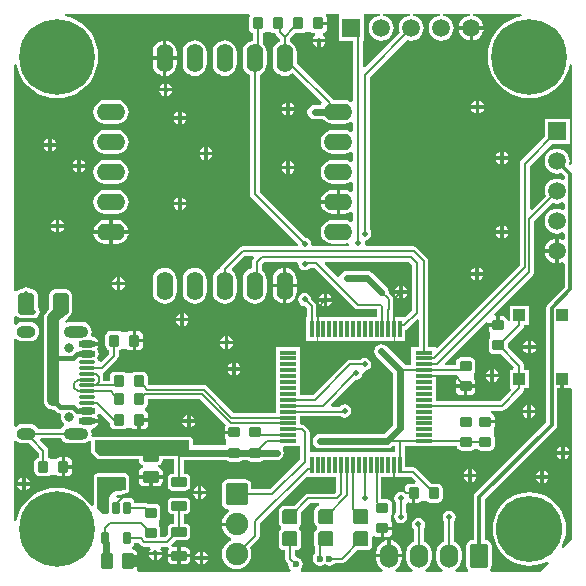
<source format=gtl>
G04*
G04 #@! TF.GenerationSoftware,Altium Limited,Altium Designer,20.2.7 (254)*
G04*
G04 Layer_Physical_Order=1*
G04 Layer_Color=255*
%FSLAX25Y25*%
%MOIN*%
G70*
G04*
G04 #@! TF.SameCoordinates,FBE84B92-D195-4989-AC34-508FE9173FC9*
G04*
G04*
G04 #@! TF.FilePolarity,Positive*
G04*
G01*
G75*
%ADD11C,0.00787*%
G04:AMPARAMS|DCode=16|XSize=70.87mil|YSize=51.18mil|CornerRadius=6.4mil|HoleSize=0mil|Usage=FLASHONLY|Rotation=270.000|XOffset=0mil|YOffset=0mil|HoleType=Round|Shape=RoundedRectangle|*
%AMROUNDEDRECTD16*
21,1,0.07087,0.03839,0,0,270.0*
21,1,0.05807,0.05118,0,0,270.0*
1,1,0.01280,-0.01919,-0.02904*
1,1,0.01280,-0.01919,0.02904*
1,1,0.01280,0.01919,0.02904*
1,1,0.01280,0.01919,-0.02904*
%
%ADD16ROUNDEDRECTD16*%
G04:AMPARAMS|DCode=17|XSize=39.37mil|YSize=35.43mil|CornerRadius=4.43mil|HoleSize=0mil|Usage=FLASHONLY|Rotation=270.000|XOffset=0mil|YOffset=0mil|HoleType=Round|Shape=RoundedRectangle|*
%AMROUNDEDRECTD17*
21,1,0.03937,0.02657,0,0,270.0*
21,1,0.03051,0.03543,0,0,270.0*
1,1,0.00886,-0.01329,-0.01526*
1,1,0.00886,-0.01329,0.01526*
1,1,0.00886,0.01329,0.01526*
1,1,0.00886,0.01329,-0.01526*
%
%ADD17ROUNDEDRECTD17*%
G04:AMPARAMS|DCode=18|XSize=39.37mil|YSize=35.43mil|CornerRadius=4.43mil|HoleSize=0mil|Usage=FLASHONLY|Rotation=180.000|XOffset=0mil|YOffset=0mil|HoleType=Round|Shape=RoundedRectangle|*
%AMROUNDEDRECTD18*
21,1,0.03937,0.02657,0,0,180.0*
21,1,0.03051,0.03543,0,0,180.0*
1,1,0.00886,-0.01526,0.01329*
1,1,0.00886,0.01526,0.01329*
1,1,0.00886,0.01526,-0.01329*
1,1,0.00886,-0.01526,-0.01329*
%
%ADD18ROUNDEDRECTD18*%
%ADD19R,0.01181X0.05807*%
%ADD20R,0.05807X0.01181*%
%ADD21O,0.05512X0.09449*%
%ADD22O,0.09449X0.05512*%
%ADD23O,0.05709X0.02362*%
%ADD24O,0.05709X0.01181*%
G04:AMPARAMS|DCode=25|XSize=23.62mil|YSize=39.37mil|CornerRadius=2.95mil|HoleSize=0mil|Usage=FLASHONLY|Rotation=180.000|XOffset=0mil|YOffset=0mil|HoleType=Round|Shape=RoundedRectangle|*
%AMROUNDEDRECTD25*
21,1,0.02362,0.03347,0,0,180.0*
21,1,0.01772,0.03937,0,0,180.0*
1,1,0.00591,-0.00886,0.01673*
1,1,0.00591,0.00886,0.01673*
1,1,0.00591,0.00886,-0.01673*
1,1,0.00591,-0.00886,-0.01673*
%
%ADD25ROUNDEDRECTD25*%
G04:AMPARAMS|DCode=26|XSize=55.12mil|YSize=39.37mil|CornerRadius=4.92mil|HoleSize=0mil|Usage=FLASHONLY|Rotation=270.000|XOffset=0mil|YOffset=0mil|HoleType=Round|Shape=RoundedRectangle|*
%AMROUNDEDRECTD26*
21,1,0.05512,0.02953,0,0,270.0*
21,1,0.04528,0.03937,0,0,270.0*
1,1,0.00984,-0.01476,-0.02264*
1,1,0.00984,-0.01476,0.02264*
1,1,0.00984,0.01476,0.02264*
1,1,0.00984,0.01476,-0.02264*
%
%ADD26ROUNDEDRECTD26*%
G04:AMPARAMS|DCode=27|XSize=51.18mil|YSize=31.5mil|CornerRadius=3.94mil|HoleSize=0mil|Usage=FLASHONLY|Rotation=180.000|XOffset=0mil|YOffset=0mil|HoleType=Round|Shape=RoundedRectangle|*
%AMROUNDEDRECTD27*
21,1,0.05118,0.02362,0,0,180.0*
21,1,0.04331,0.03150,0,0,180.0*
1,1,0.00787,-0.02165,0.01181*
1,1,0.00787,0.02165,0.01181*
1,1,0.00787,0.02165,-0.01181*
1,1,0.00787,-0.02165,-0.01181*
%
%ADD27ROUNDEDRECTD27*%
G04:AMPARAMS|DCode=28|XSize=50mil|YSize=50mil|CornerRadius=6.25mil|HoleSize=0mil|Usage=FLASHONLY|Rotation=90.000|XOffset=0mil|YOffset=0mil|HoleType=Round|Shape=RoundedRectangle|*
%AMROUNDEDRECTD28*
21,1,0.05000,0.03750,0,0,90.0*
21,1,0.03750,0.05000,0,0,90.0*
1,1,0.01250,0.01875,0.01875*
1,1,0.01250,0.01875,-0.01875*
1,1,0.01250,-0.01875,-0.01875*
1,1,0.01250,-0.01875,0.01875*
%
%ADD28ROUNDEDRECTD28*%
%ADD29R,0.03937X0.03937*%
G04:AMPARAMS|DCode=30|XSize=78.74mil|YSize=47.24mil|CornerRadius=5.91mil|HoleSize=0mil|Usage=FLASHONLY|Rotation=180.000|XOffset=0mil|YOffset=0mil|HoleType=Round|Shape=RoundedRectangle|*
%AMROUNDEDRECTD30*
21,1,0.07874,0.03543,0,0,180.0*
21,1,0.06693,0.04724,0,0,180.0*
1,1,0.01181,-0.03347,0.01772*
1,1,0.01181,0.03347,0.01772*
1,1,0.01181,0.03347,-0.01772*
1,1,0.01181,-0.03347,-0.01772*
%
%ADD30ROUNDEDRECTD30*%
G04:AMPARAMS|DCode=31|XSize=55.12mil|YSize=39.37mil|CornerRadius=4.92mil|HoleSize=0mil|Usage=FLASHONLY|Rotation=180.000|XOffset=0mil|YOffset=0mil|HoleType=Round|Shape=RoundedRectangle|*
%AMROUNDEDRECTD31*
21,1,0.05512,0.02953,0,0,180.0*
21,1,0.04528,0.03937,0,0,180.0*
1,1,0.00984,-0.02264,0.01476*
1,1,0.00984,0.02264,0.01476*
1,1,0.00984,0.02264,-0.01476*
1,1,0.00984,-0.02264,-0.01476*
%
%ADD31ROUNDEDRECTD31*%
%ADD60C,0.02362*%
%ADD61C,0.03937*%
%ADD62C,0.01181*%
%ADD63C,0.01575*%
%ADD64C,0.22047*%
%ADD65R,0.05906X0.05906*%
%ADD66C,0.05906*%
%ADD67R,0.05906X0.05906*%
%ADD68O,0.08268X0.03937*%
%ADD69O,0.06299X0.03937*%
%ADD70C,0.03150*%
%ADD71C,0.07500*%
G04:AMPARAMS|DCode=72|XSize=75mil|YSize=75mil|CornerRadius=9.38mil|HoleSize=0mil|Usage=FLASHONLY|Rotation=0.000|XOffset=0mil|YOffset=0mil|HoleType=Round|Shape=RoundedRectangle|*
%AMROUNDEDRECTD72*
21,1,0.07500,0.05625,0,0,0.0*
21,1,0.05625,0.07500,0,0,0.0*
1,1,0.01875,0.02813,-0.02813*
1,1,0.01875,-0.02813,-0.02813*
1,1,0.01875,-0.02813,0.02813*
1,1,0.01875,0.02813,0.02813*
%
%ADD72ROUNDEDRECTD72*%
%ADD73O,0.06000X0.08000*%
G04:AMPARAMS|DCode=74|XSize=60mil|YSize=80mil|CornerRadius=7.5mil|HoleSize=0mil|Usage=FLASHONLY|Rotation=180.000|XOffset=0mil|YOffset=0mil|HoleType=Round|Shape=RoundedRectangle|*
%AMROUNDEDRECTD74*
21,1,0.06000,0.06500,0,0,180.0*
21,1,0.04500,0.08000,0,0,180.0*
1,1,0.01500,-0.02250,0.03250*
1,1,0.01500,0.02250,0.03250*
1,1,0.01500,0.02250,-0.03250*
1,1,0.01500,-0.02250,-0.03250*
%
%ADD74ROUNDEDRECTD74*%
%ADD75C,0.25197*%
%ADD76C,0.01968*%
%ADD77C,0.02362*%
G36*
X233657Y367886D02*
X231949Y367476D01*
X229945Y366646D01*
X228096Y365513D01*
X226447Y364104D01*
X225038Y362455D01*
X223905Y360606D01*
X223075Y358602D01*
X222568Y356493D01*
X222398Y354331D01*
X222568Y352168D01*
X223075Y350059D01*
X223905Y348056D01*
X225038Y346206D01*
X226447Y344557D01*
X228096Y343148D01*
X229945Y342015D01*
X231949Y341185D01*
X234058Y340679D01*
X236221Y340509D01*
X238383Y340679D01*
X240492Y341185D01*
X242496Y342015D01*
X244345Y343148D01*
X245994Y344557D01*
X247403Y346206D01*
X248536Y348056D01*
X249366Y350059D01*
X249776Y351767D01*
X250564Y351674D01*
Y318358D01*
X249776Y318032D01*
X249485Y318323D01*
X249505Y318370D01*
X249647Y319449D01*
X249505Y320528D01*
X249088Y321534D01*
X248426Y322397D01*
X247562Y323060D01*
X246556Y323476D01*
X245477Y323618D01*
X244398Y323476D01*
X243393Y323060D01*
X242529Y322397D01*
X241866Y321534D01*
X241450Y320528D01*
X241308Y319449D01*
X241450Y318370D01*
X241866Y317364D01*
X242529Y316500D01*
X243393Y315838D01*
X244398Y315421D01*
X245477Y315279D01*
X246556Y315421D01*
X246835Y315537D01*
X247991Y314381D01*
X247934Y313611D01*
X247214Y313204D01*
X246556Y313476D01*
X245477Y313618D01*
X244398Y313476D01*
X243393Y313060D01*
X242529Y312397D01*
X241866Y311534D01*
X241450Y310528D01*
X241308Y309449D01*
X241450Y308370D01*
X241648Y307891D01*
X236979Y303221D01*
X236251Y303522D01*
Y317952D01*
X243614Y325315D01*
X249611D01*
Y333583D01*
X241343D01*
Y327586D01*
X233510Y319753D01*
X233162Y319232D01*
X233040Y318617D01*
X233040Y318617D01*
Y284917D01*
X205410Y257287D01*
X205045Y257439D01*
Y257439D01*
X202566D01*
Y286102D01*
X202443Y286717D01*
X202095Y287238D01*
X202095Y287238D01*
X198749Y290584D01*
X198228Y290932D01*
X197614Y291055D01*
X197614Y291055D01*
X181920D01*
X181308Y291842D01*
X181365Y292126D01*
X181325Y292327D01*
X181322Y293009D01*
X181896Y293182D01*
X182167Y293236D01*
X182883Y293714D01*
X183362Y294431D01*
X183530Y295276D01*
X183362Y296121D01*
X182928Y296770D01*
Y347586D01*
X195292Y359950D01*
X195771Y359752D01*
X196850Y359610D01*
X197930Y359752D01*
X198935Y360169D01*
X199799Y360831D01*
X200461Y361695D01*
X200878Y362700D01*
X201020Y363779D01*
X200878Y364859D01*
X200461Y365864D01*
X199799Y366728D01*
X198935Y367390D01*
X197930Y367807D01*
X197326Y367886D01*
X197378Y368674D01*
X206323D01*
X206374Y367886D01*
X205771Y367807D01*
X204766Y367390D01*
X203902Y366728D01*
X203239Y365864D01*
X202823Y364859D01*
X202681Y363779D01*
X202823Y362700D01*
X203239Y361695D01*
X203902Y360831D01*
X204766Y360169D01*
X205771Y359752D01*
X206850Y359610D01*
X207929Y359752D01*
X208935Y360169D01*
X209799Y360831D01*
X210461Y361695D01*
X210878Y362700D01*
X211020Y363779D01*
X210878Y364859D01*
X210461Y365864D01*
X209799Y366728D01*
X208935Y367390D01*
X207929Y367807D01*
X207326Y367886D01*
X207378Y368674D01*
X216323D01*
X216374Y367886D01*
X215771Y367807D01*
X214766Y367390D01*
X213902Y366728D01*
X213240Y365864D01*
X212823Y364859D01*
X212759Y364370D01*
X220942D01*
X220878Y364859D01*
X220461Y365864D01*
X219799Y366728D01*
X218935Y367390D01*
X217930Y367807D01*
X217326Y367886D01*
X217378Y368674D01*
X233564D01*
X233657Y367886D01*
D02*
G37*
G36*
X172716Y367913D02*
X172716D01*
Y359646D01*
X177551D01*
Y339501D01*
X176764Y339113D01*
X176513Y339305D01*
X175555Y339702D01*
X174528Y339837D01*
X170847D01*
X170822Y339874D01*
X170822Y339874D01*
X158653Y352042D01*
X158617Y352067D01*
Y355748D01*
X158481Y356776D01*
X158085Y357733D01*
X157454Y358556D01*
X156631Y359187D01*
X156251Y359344D01*
Y360280D01*
X158144Y362173D01*
X160384D01*
X161018Y362299D01*
X161466Y362598D01*
X163337D01*
X163786Y362299D01*
X164419Y362173D01*
X164625D01*
X164864Y361385D01*
X164543Y361171D01*
X164065Y360455D01*
X164014Y360201D01*
X168195D01*
X168144Y360455D01*
X167666Y361171D01*
X167301Y361415D01*
X167467Y362251D01*
X167710Y362299D01*
X168248Y362658D01*
X168607Y363195D01*
X168733Y363829D01*
Y364764D01*
X165748D01*
Y365945D01*
X168733D01*
Y366880D01*
X168607Y367514D01*
X168358Y367886D01*
X168555Y368468D01*
X168706Y368674D01*
X172651D01*
X172716Y367913D01*
D02*
G37*
G36*
X196374Y367886D02*
X195771Y367807D01*
X194766Y367390D01*
X193902Y366728D01*
X193239Y365864D01*
X192823Y364859D01*
X192681Y363779D01*
X192823Y362700D01*
X193021Y362221D01*
X181490Y350690D01*
X180763Y350991D01*
Y359646D01*
X180984D01*
Y367913D01*
X180984D01*
X181049Y368674D01*
X186323D01*
X186374Y367886D01*
X185771Y367807D01*
X184766Y367390D01*
X183902Y366728D01*
X183239Y365864D01*
X182823Y364859D01*
X182681Y363779D01*
X182823Y362700D01*
X183239Y361695D01*
X183902Y360831D01*
X184766Y360169D01*
X185771Y359752D01*
X186850Y359610D01*
X187929Y359752D01*
X188935Y360169D01*
X189799Y360831D01*
X190461Y361695D01*
X190878Y362700D01*
X191020Y363779D01*
X190878Y364859D01*
X190461Y365864D01*
X189799Y366728D01*
X188935Y367390D01*
X187929Y367807D01*
X187326Y367886D01*
X187378Y368674D01*
X196323D01*
X196374Y367886D01*
D02*
G37*
G36*
X142862Y368468D02*
X143060Y367886D01*
X142811Y367514D01*
X142685Y366880D01*
Y363829D01*
X142811Y363195D01*
X143170Y362658D01*
X143707Y362299D01*
X144064Y362228D01*
Y359642D01*
X143618Y359584D01*
X142660Y359187D01*
X141838Y358556D01*
X141207Y357733D01*
X140810Y356776D01*
X140675Y355748D01*
Y351811D01*
X140810Y350783D01*
X141207Y349826D01*
X141838Y349003D01*
X142660Y348372D01*
X143040Y348215D01*
Y308499D01*
X143040Y308499D01*
X143162Y307884D01*
X143510Y307363D01*
X159031Y291842D01*
X158940Y291398D01*
X158659Y291055D01*
X140630D01*
X140015Y290932D01*
X139495Y290584D01*
X139495Y290584D01*
X133510Y284600D01*
X133162Y284079D01*
X133052Y283522D01*
X132660Y283360D01*
X131838Y282729D01*
X131207Y281907D01*
X130810Y280949D01*
X130675Y279921D01*
Y275984D01*
X130810Y274956D01*
X131207Y273999D01*
X131838Y273176D01*
X132660Y272545D01*
X133618Y272149D01*
X134646Y272013D01*
X135673Y272149D01*
X136631Y272545D01*
X137454Y273176D01*
X138085Y273999D01*
X138481Y274956D01*
X138617Y275984D01*
Y279921D01*
X138481Y280949D01*
X138085Y281907D01*
X137454Y282729D01*
X137207Y282918D01*
X137156Y283704D01*
X141295Y287843D01*
X144111D01*
X144412Y287116D01*
X144247Y286951D01*
X143899Y286430D01*
X143777Y285815D01*
X143777Y285815D01*
Y283778D01*
X143618Y283757D01*
X142660Y283360D01*
X141838Y282729D01*
X141207Y281907D01*
X140810Y280949D01*
X140675Y279921D01*
Y275984D01*
X140810Y274956D01*
X141207Y273999D01*
X141838Y273176D01*
X142660Y272545D01*
X143618Y272149D01*
X144646Y272013D01*
X145673Y272149D01*
X146631Y272545D01*
X147454Y273176D01*
X148085Y273999D01*
X148481Y274956D01*
X148617Y275984D01*
Y279921D01*
X148481Y280949D01*
X148085Y281907D01*
X147454Y282729D01*
X146988Y283086D01*
Y285150D01*
X147634Y285796D01*
X158671D01*
X159130Y285236D01*
X159298Y284391D01*
X159777Y283675D01*
X160493Y283196D01*
X161338Y283029D01*
X162183Y283196D01*
X162899Y283675D01*
X163044Y283893D01*
X164558D01*
X177933Y270518D01*
X178454Y270170D01*
X179068Y270048D01*
X179068Y270048D01*
X185425D01*
Y267579D01*
X165211D01*
Y271105D01*
X165089Y271719D01*
X164741Y272240D01*
X164741Y272240D01*
X163530Y273451D01*
X163377Y274218D01*
X162899Y274934D01*
X162183Y275413D01*
X161338Y275581D01*
X160493Y275413D01*
X159777Y274934D01*
X159298Y274218D01*
X159130Y273373D01*
X159298Y272528D01*
X159777Y271812D01*
X160493Y271333D01*
X161259Y271181D01*
X162000Y270440D01*
Y267579D01*
X161834D01*
Y259409D01*
X165377D01*
Y263494D01*
X165771D01*
Y259409D01*
X190968D01*
Y263494D01*
X191361D01*
Y259409D01*
X194905D01*
Y263290D01*
X195058Y263321D01*
X195579Y263669D01*
X198627Y266717D01*
X199354Y266415D01*
Y257439D01*
X196875D01*
Y253895D01*
Y251367D01*
X194960D01*
X194836Y251552D01*
X188600Y257789D01*
X187818Y258311D01*
X186897Y258494D01*
X185975Y258311D01*
X185193Y257789D01*
X184671Y257008D01*
X184488Y256086D01*
X184671Y255164D01*
X185193Y254383D01*
X190725Y248852D01*
Y231510D01*
X187763Y228548D01*
X166354D01*
X165433Y228365D01*
X164651Y227842D01*
X164129Y227061D01*
X163946Y226139D01*
X164129Y225218D01*
X164651Y224436D01*
X165433Y223914D01*
X166354Y223731D01*
X188761D01*
X189682Y223914D01*
X190464Y224436D01*
X190561Y224534D01*
X191528D01*
Y222397D01*
X162943D01*
Y229017D01*
X162943Y229017D01*
X162821Y229632D01*
X162473Y230153D01*
X162473Y230153D01*
X161414Y231212D01*
X160893Y231560D01*
X160279Y231682D01*
X159863Y232280D01*
Y234376D01*
X173484D01*
X173777Y234181D01*
X174622Y234013D01*
X175467Y234181D01*
X176183Y234659D01*
X176662Y235376D01*
X176830Y236221D01*
X176662Y237065D01*
X176183Y237782D01*
X175467Y238260D01*
X174622Y238428D01*
X173777Y238260D01*
X173061Y237782D01*
X172931Y237588D01*
X170241D01*
X169940Y238315D01*
X178234Y246610D01*
X178436Y246569D01*
X179280Y246738D01*
X179997Y247216D01*
X180475Y247932D01*
X180643Y248777D01*
X180627Y248858D01*
X181297Y249527D01*
X181322Y249522D01*
X182167Y249690D01*
X182883Y250169D01*
X183362Y250885D01*
X183530Y251730D01*
X183362Y252575D01*
X182883Y253291D01*
X182167Y253770D01*
X181322Y253938D01*
X180477Y253770D01*
X179828Y253336D01*
X176444D01*
X175829Y253214D01*
X175308Y252865D01*
X175308Y252865D01*
X163968Y241525D01*
X159863D01*
Y246021D01*
Y249958D01*
Y253895D01*
Y257439D01*
X151694D01*
Y253895D01*
Y251927D01*
Y247990D01*
Y244053D01*
Y240116D01*
Y235619D01*
X137538D01*
X128756Y244401D01*
X128235Y244749D01*
X127621Y244871D01*
X127621Y244871D01*
X109463D01*
X109027Y245307D01*
Y247547D01*
X108900Y248181D01*
X108542Y248718D01*
X108004Y249077D01*
X107371Y249203D01*
X104713D01*
X104079Y249077D01*
X103631Y248777D01*
X101760D01*
X101311Y249077D01*
X100678Y249203D01*
X98020D01*
X97387Y249077D01*
X96849Y248718D01*
X96491Y248181D01*
X96364Y247547D01*
Y246291D01*
X94222D01*
Y247387D01*
X94100Y248002D01*
X93946Y248232D01*
X94179Y248985D01*
X94286Y249102D01*
X94312Y249107D01*
X94833Y249455D01*
X98884Y253506D01*
X99232Y254027D01*
X99354Y254642D01*
Y256502D01*
X99799Y256590D01*
X100247Y256890D01*
X102119D01*
X102567Y256590D01*
X103201Y256464D01*
X103939D01*
Y259646D01*
Y262827D01*
X103201D01*
X102567Y262701D01*
X102119Y262402D01*
X100247D01*
X99799Y262701D01*
X99165Y262827D01*
X96508D01*
X95874Y262701D01*
X95337Y262342D01*
X94978Y261805D01*
X94852Y261171D01*
Y258120D01*
X94978Y257486D01*
X95337Y256949D01*
X95874Y256590D01*
X96143Y256537D01*
Y255307D01*
X93393Y252557D01*
X93390D01*
X92590Y252867D01*
X92514Y253250D01*
X92122Y253836D01*
X92119Y253853D01*
X92479Y254393D01*
X92663Y255315D01*
X92479Y256237D01*
X92043Y256890D01*
X92479Y257543D01*
X92545Y257874D01*
X88581D01*
Y259055D01*
X92545D01*
X92479Y259386D01*
X91957Y260168D01*
X91176Y260690D01*
X90627Y260799D01*
X90157Y261500D01*
X90132Y261660D01*
X90213Y261855D01*
X90321Y262677D01*
X90213Y263499D01*
X89895Y264265D01*
X89390Y264924D01*
X88732Y265428D01*
X87966Y265746D01*
X87144Y265854D01*
X82813D01*
X81991Y265746D01*
X81725Y265635D01*
X81279Y266303D01*
X82319Y267343D01*
X82549Y267389D01*
X83152Y267792D01*
X83554Y268394D01*
X83696Y269104D01*
Y274911D01*
X83554Y275622D01*
X83152Y276224D01*
X82549Y276627D01*
X81839Y276768D01*
X78000D01*
X77290Y276627D01*
X76688Y276224D01*
X76285Y275622D01*
X76144Y274911D01*
Y270153D01*
X75311Y269320D01*
X74806Y268663D01*
X74489Y267896D01*
X74381Y267074D01*
Y255512D01*
Y253898D01*
Y239764D01*
X74489Y238942D01*
X74806Y238175D01*
X75311Y237517D01*
X75969Y237013D01*
X76735Y236695D01*
X77557Y236587D01*
X77856Y236626D01*
X78461Y236022D01*
X79112Y235587D01*
X79557Y235498D01*
X79966Y235191D01*
X80159Y234647D01*
X80112Y234291D01*
X80207Y233572D01*
X80485Y232902D01*
X80927Y232326D01*
X81083Y232206D01*
X81129Y231950D01*
X81025Y231259D01*
X80567Y230908D01*
X80075Y230267D01*
X72441D01*
X71949Y230908D01*
X71292Y231413D01*
X70525Y231730D01*
X69703Y231838D01*
X67341D01*
X66519Y231730D01*
X65753Y231413D01*
X65184Y230977D01*
X64820Y231059D01*
X64397Y231292D01*
Y260046D01*
X64820Y260279D01*
X65184Y260362D01*
X65753Y259926D01*
X66519Y259609D01*
X67341Y259500D01*
X69703D01*
X70525Y259609D01*
X71292Y259926D01*
X71949Y260431D01*
X72454Y261089D01*
X72772Y261855D01*
X72880Y262677D01*
X72772Y263499D01*
X72454Y264265D01*
X71949Y264924D01*
X71292Y265428D01*
X70525Y265746D01*
X69703Y265854D01*
X67341D01*
X66519Y265746D01*
X65753Y265428D01*
X65184Y264992D01*
X64820Y265075D01*
X64397Y265308D01*
Y267681D01*
X65184Y267920D01*
X65270Y267792D01*
X65873Y267389D01*
X66583Y267248D01*
X70041D01*
X70866Y267084D01*
X71711Y267252D01*
X72427Y267730D01*
X72906Y268446D01*
X73074Y269291D01*
X72906Y270136D01*
X72427Y270852D01*
X72278Y270952D01*
Y274911D01*
X72137Y275622D01*
X71734Y276224D01*
X71132Y276627D01*
X70422Y276768D01*
X70050D01*
X69349Y277237D01*
X68504Y277405D01*
X67659Y277237D01*
X66958Y276768D01*
X66583D01*
X65873Y276627D01*
X65270Y276224D01*
X65184Y276096D01*
X64397Y276335D01*
Y351674D01*
X65184Y351767D01*
X65595Y350059D01*
X66425Y348056D01*
X67558Y346206D01*
X68966Y344557D01*
X70616Y343148D01*
X72465Y342015D01*
X74469Y341185D01*
X76578Y340679D01*
X78740Y340509D01*
X80902Y340679D01*
X83011Y341185D01*
X85015Y342015D01*
X86865Y343148D01*
X88514Y344557D01*
X89922Y346206D01*
X91056Y348056D01*
X91886Y350059D01*
X92392Y352168D01*
X92562Y354331D01*
X92392Y356493D01*
X91886Y358602D01*
X91056Y360606D01*
X89922Y362455D01*
X88514Y364104D01*
X86865Y365513D01*
X85015Y366646D01*
X83011Y367476D01*
X81304Y367886D01*
X81397Y368674D01*
X142711D01*
X142862Y368468D01*
D02*
G37*
G36*
X150400Y362299D02*
X151033Y362173D01*
X151417D01*
X151441Y362052D01*
X151789Y361531D01*
X153040Y360280D01*
Y359344D01*
X152660Y359187D01*
X151838Y358556D01*
X151207Y357733D01*
X150810Y356776D01*
X150675Y355748D01*
Y351811D01*
X150810Y350783D01*
X151207Y349826D01*
X151838Y349003D01*
X152660Y348372D01*
X153618Y347975D01*
X154646Y347840D01*
X155673Y347975D01*
X156631Y348372D01*
X157283Y348872D01*
X167092Y339062D01*
X166766Y338275D01*
X164633D01*
X163711Y338091D01*
X162930Y337569D01*
X162408Y336788D01*
X162224Y335866D01*
X162408Y334945D01*
X162930Y334163D01*
X163711Y333641D01*
X164633Y333458D01*
X167476D01*
X167783Y333058D01*
X168605Y332427D01*
X169563Y332031D01*
X170591Y331895D01*
X174528D01*
X175555Y332031D01*
X176513Y332427D01*
X176764Y332620D01*
X177551Y332231D01*
Y329501D01*
X176764Y329113D01*
X176513Y329305D01*
X175555Y329702D01*
X174528Y329837D01*
X170591D01*
X169563Y329702D01*
X168605Y329305D01*
X167783Y328674D01*
X167152Y327852D01*
X166755Y326894D01*
X166620Y325866D01*
X166755Y324838D01*
X167152Y323881D01*
X167783Y323058D01*
X168605Y322427D01*
X169563Y322030D01*
X170591Y321895D01*
X174528D01*
X175555Y322030D01*
X176513Y322427D01*
X176764Y322620D01*
X177551Y322231D01*
Y319501D01*
X176764Y319113D01*
X176513Y319305D01*
X175555Y319702D01*
X174528Y319837D01*
X170591D01*
X169563Y319702D01*
X168605Y319305D01*
X167783Y318674D01*
X167152Y317852D01*
X166755Y316894D01*
X166620Y315866D01*
X166755Y314838D01*
X167152Y313881D01*
X167783Y313058D01*
X168605Y312427D01*
X169563Y312031D01*
X170591Y311895D01*
X174528D01*
X175555Y312031D01*
X176513Y312427D01*
X176764Y312620D01*
X177551Y312231D01*
Y309501D01*
X176764Y309113D01*
X176513Y309305D01*
X175555Y309702D01*
X174528Y309837D01*
X173150D01*
Y305866D01*
X172559D01*
D01*
X173150D01*
Y301895D01*
X174528D01*
X175555Y302030D01*
X176513Y302427D01*
X176764Y302620D01*
X177551Y302231D01*
Y299501D01*
X176764Y299113D01*
X176513Y299305D01*
X175555Y299702D01*
X174528Y299837D01*
X170591D01*
X169563Y299702D01*
X168605Y299305D01*
X167783Y298674D01*
X167152Y297852D01*
X166755Y296894D01*
X166620Y295866D01*
X166755Y294838D01*
X167152Y293881D01*
X167783Y293058D01*
X168605Y292427D01*
X169563Y292031D01*
X170591Y291895D01*
X174528D01*
X175555Y292031D01*
X175596Y292047D01*
X176302Y291663D01*
X175797Y291055D01*
X164017D01*
X163517Y291663D01*
X163546Y291806D01*
X163377Y292651D01*
X162899Y293368D01*
X162183Y293846D01*
X161416Y293999D01*
X146251Y309164D01*
Y348215D01*
X146631Y348372D01*
X147454Y349003D01*
X148085Y349826D01*
X148481Y350783D01*
X148617Y351811D01*
Y355748D01*
X148481Y356776D01*
X148085Y357733D01*
X147454Y358556D01*
X147275Y358693D01*
Y362228D01*
X147632Y362299D01*
X148080Y362598D01*
X149952D01*
X150400Y362299D01*
D02*
G37*
G36*
X248002Y305249D02*
Y303649D01*
X247214Y303204D01*
X246556Y303476D01*
X245477Y303618D01*
X244398Y303476D01*
X243393Y303060D01*
X242529Y302397D01*
X241866Y301534D01*
X241450Y300528D01*
X241308Y299449D01*
X241450Y298370D01*
X241866Y297364D01*
X242529Y296500D01*
X243393Y295838D01*
X244398Y295421D01*
X245477Y295279D01*
X246556Y295421D01*
X247214Y295694D01*
X248002Y295249D01*
Y293649D01*
X247214Y293204D01*
X246556Y293476D01*
X246068Y293541D01*
Y289449D01*
Y285357D01*
X246556Y285421D01*
X247214Y285694D01*
X248002Y285249D01*
Y277502D01*
X242427Y271927D01*
X242036Y271341D01*
X241898Y270650D01*
Y232420D01*
X218172Y208693D01*
X217780Y208107D01*
X217642Y207416D01*
Y193182D01*
X217199D01*
X216445Y193032D01*
X215807Y192605D01*
X215380Y191966D01*
X215230Y191213D01*
Y184713D01*
X215380Y183960D01*
X215807Y183321D01*
X215846Y183295D01*
X215607Y182507D01*
X211675D01*
X211518Y183295D01*
X211557Y183311D01*
X212431Y183981D01*
X213101Y184854D01*
X213522Y185872D01*
X213666Y186963D01*
Y188963D01*
X213522Y190055D01*
X213101Y191072D01*
X212431Y191945D01*
X211557Y192615D01*
X211054Y192824D01*
Y199293D01*
X211489Y199943D01*
X211657Y200787D01*
X211489Y201632D01*
X211010Y202348D01*
X210294Y202827D01*
X209449Y202995D01*
X208604Y202827D01*
X207888Y202348D01*
X207409Y201632D01*
X207241Y200787D01*
X207409Y199943D01*
X207843Y199293D01*
Y192824D01*
X207340Y192615D01*
X206467Y191945D01*
X205797Y191072D01*
X205375Y190055D01*
X205232Y188963D01*
Y186963D01*
X205375Y185872D01*
X205797Y184854D01*
X206467Y183981D01*
X207340Y183311D01*
X207379Y183295D01*
X207223Y182507D01*
X201675D01*
X201519Y183295D01*
X201557Y183311D01*
X202431Y183981D01*
X203101Y184854D01*
X203522Y185872D01*
X203666Y186963D01*
Y188963D01*
X203522Y190055D01*
X203101Y191072D01*
X202431Y191945D01*
X201557Y192615D01*
X201055Y192824D01*
Y197284D01*
X201252Y197580D01*
X201420Y198425D01*
X201252Y199270D01*
X200774Y199986D01*
X200058Y200465D01*
X199213Y200633D01*
X198368Y200465D01*
X197652Y199986D01*
X197173Y199270D01*
X197005Y198425D01*
X197173Y197580D01*
X197652Y196864D01*
X197843Y196736D01*
Y192824D01*
X197340Y192615D01*
X196467Y191945D01*
X195797Y191072D01*
X195375Y190055D01*
X195232Y188963D01*
Y186963D01*
X195375Y185872D01*
X195797Y184854D01*
X196467Y183981D01*
X197340Y183311D01*
X197379Y183295D01*
X197223Y182507D01*
X191675D01*
X191518Y183295D01*
X191557Y183311D01*
X192431Y183981D01*
X193101Y184854D01*
X193522Y185872D01*
X193666Y186963D01*
Y187373D01*
X189449D01*
X185232D01*
Y186963D01*
X185375Y185872D01*
X185797Y184854D01*
X186467Y183981D01*
X187340Y183311D01*
X187379Y183295D01*
X187223Y182507D01*
X160147D01*
X159908Y183295D01*
X159971Y183336D01*
X160493Y184118D01*
X160676Y185039D01*
X160493Y185961D01*
X159971Y186742D01*
X159189Y187265D01*
X158268Y187448D01*
X158056Y188209D01*
Y189743D01*
X158326D01*
X159030Y189883D01*
X159628Y190283D01*
X160027Y190880D01*
X160167Y191585D01*
Y195335D01*
X160027Y196040D01*
X159628Y196637D01*
X159451Y196755D01*
Y197664D01*
X159628Y197783D01*
X160027Y198380D01*
X160167Y199085D01*
Y202406D01*
X163215Y205454D01*
X166054D01*
X166132Y204666D01*
X165680Y204577D01*
X165082Y204177D01*
X164683Y203580D01*
X164543Y202875D01*
Y199125D01*
X164683Y198421D01*
X165082Y197823D01*
X165260Y197705D01*
Y196796D01*
X165082Y196677D01*
X164683Y196080D01*
X164543Y195375D01*
Y191625D01*
X164683Y190921D01*
X164749Y190823D01*
Y188776D01*
X164651Y188711D01*
X164129Y187930D01*
X163946Y187008D01*
X164129Y186086D01*
X164651Y185305D01*
X165433Y184783D01*
X166354Y184599D01*
X167276Y184783D01*
X167929Y185219D01*
X168582Y184783D01*
X169504Y184599D01*
X170426Y184783D01*
X171207Y185305D01*
X171272Y185402D01*
X173619D01*
X173619Y185402D01*
X174233Y185524D01*
X174754Y185872D01*
X178625Y189743D01*
X181946D01*
X182650Y189883D01*
X183248Y190283D01*
X183647Y190880D01*
X183787Y191585D01*
Y194284D01*
X184337Y194509D01*
X184574Y194559D01*
X185069Y194229D01*
X185702Y194103D01*
X186637D01*
Y197088D01*
X187228D01*
Y197678D01*
X190409D01*
Y198416D01*
X190283Y199050D01*
X189984Y199498D01*
Y201370D01*
X190283Y201818D01*
X190409Y202452D01*
Y205109D01*
X190283Y205743D01*
X189924Y206280D01*
X189387Y206639D01*
X188753Y206765D01*
X186865D01*
Y214228D01*
X190968D01*
Y218313D01*
X191361D01*
Y214228D01*
X193175D01*
X193330Y214197D01*
X193330Y214197D01*
X196817D01*
X198264Y212750D01*
X197938Y211963D01*
X196285D01*
X195651Y211837D01*
X195114Y211478D01*
X194755Y210941D01*
X194629Y210307D01*
Y209698D01*
X193842Y209193D01*
X193330Y209294D01*
X192485Y209126D01*
X191769Y208648D01*
X191290Y207931D01*
X191122Y207087D01*
X191290Y206242D01*
X191724Y205592D01*
Y202495D01*
X191290Y201845D01*
X191122Y201000D01*
X191290Y200155D01*
X191769Y199439D01*
X192485Y198961D01*
X193330Y198793D01*
X194175Y198961D01*
X194891Y199439D01*
X195370Y200155D01*
X195538Y201000D01*
X195370Y201845D01*
X194936Y202495D01*
Y205257D01*
X195651Y205726D01*
X196285Y205600D01*
X197023D01*
Y208782D01*
X198204D01*
Y205600D01*
X198942D01*
X199576Y205726D01*
X200024Y206026D01*
X201896D01*
X202344Y205726D01*
X202978Y205600D01*
X205635D01*
X206269Y205726D01*
X206806Y206085D01*
X207165Y206622D01*
X207291Y207256D01*
Y210307D01*
X207165Y210941D01*
X206806Y211478D01*
X206269Y211837D01*
X205635Y211963D01*
X203593D01*
X198617Y216938D01*
X198096Y217286D01*
X197482Y217408D01*
X197482Y217408D01*
X194905D01*
Y222397D01*
X194739D01*
Y224534D01*
X196875D01*
Y224368D01*
X205045D01*
Y224534D01*
X212034D01*
X212146Y223973D01*
X212505Y223435D01*
X213042Y223076D01*
X213676Y222950D01*
X216727D01*
X217360Y223076D01*
X217898Y223435D01*
X218814D01*
X219351Y223076D01*
X219985Y222950D01*
X223036D01*
X223670Y223076D01*
X224207Y223435D01*
X224566Y223973D01*
X224692Y224606D01*
Y227264D01*
X224566Y227897D01*
X224266Y228345D01*
Y230217D01*
X224566Y230665D01*
X224692Y231299D01*
Y232037D01*
X221511D01*
Y233218D01*
X224692D01*
Y233957D01*
X224566Y234590D01*
X224207Y235127D01*
X223670Y235486D01*
X223312Y235558D01*
X223390Y236345D01*
X227127D01*
X227127Y236345D01*
X227741Y236467D01*
X228262Y236815D01*
X234013Y242566D01*
X234013Y242566D01*
X234361Y243087D01*
X234484Y243701D01*
X236028D01*
Y250001D01*
X234484D01*
Y251181D01*
X234484Y251181D01*
X234361Y251796D01*
X234013Y252316D01*
X228973Y257357D01*
Y258785D01*
X234013Y263825D01*
X234361Y264346D01*
X234484Y264961D01*
X235225Y264961D01*
X236028D01*
Y271260D01*
X229728D01*
Y266330D01*
X228941Y266252D01*
X228847Y266726D01*
X228488Y267263D01*
X227951Y267622D01*
X227317Y267748D01*
X226382D01*
Y264764D01*
X225791D01*
Y264173D01*
X222610D01*
Y263435D01*
X222736Y262801D01*
X223035Y262353D01*
Y260481D01*
X222736Y260033D01*
X222610Y259400D01*
Y256742D01*
X222736Y256108D01*
X223095Y255571D01*
X223632Y255212D01*
X224266Y255086D01*
X226702D01*
X231000Y250788D01*
X230674Y250001D01*
X229728D01*
Y243702D01*
X229728D01*
X229986Y243080D01*
X226462Y239556D01*
X205045D01*
Y244053D01*
Y248156D01*
X212195D01*
Y246857D01*
X211895Y246409D01*
X211769Y245775D01*
Y245037D01*
X214951D01*
X218132D01*
Y245775D01*
X218006Y246409D01*
X217706Y246857D01*
Y248729D01*
X218006Y249177D01*
X218132Y249811D01*
Y252468D01*
X218006Y253102D01*
X217647Y253639D01*
X217110Y253998D01*
X216476Y254124D01*
X213425D01*
X212791Y253998D01*
X212254Y253639D01*
X211895Y253102D01*
X211769Y252468D01*
Y251367D01*
X208210D01*
X207909Y252095D01*
X221822Y266008D01*
X222610Y265682D01*
Y265354D01*
X225201D01*
Y267748D01*
X224676D01*
X224350Y268536D01*
X237356Y281542D01*
X237356Y281542D01*
X237704Y282063D01*
X237826Y282677D01*
X237826Y282677D01*
Y299527D01*
X243919Y305620D01*
X244398Y305421D01*
X245477Y305279D01*
X246556Y305421D01*
X247214Y305694D01*
X248002Y305249D01*
D02*
G37*
G36*
X196992Y284833D02*
Y269623D01*
X195445Y268077D01*
X194905Y267579D01*
Y267579D01*
X194905Y267579D01*
X190802D01*
Y269909D01*
X190848Y270141D01*
X190848Y270141D01*
Y273435D01*
X190848Y273435D01*
X190726Y274050D01*
X190378Y274571D01*
X189282Y275666D01*
X189305Y275781D01*
X189122Y276703D01*
X188600Y277484D01*
X183882Y282202D01*
X183101Y282724D01*
X182179Y282907D01*
X175277D01*
X174355Y282724D01*
X173574Y282202D01*
X173052Y281420D01*
X172991Y281115D01*
X172137Y280855D01*
X167924Y285068D01*
X168225Y285796D01*
X196029D01*
X196992Y284833D01*
D02*
G37*
G36*
X247642Y243701D02*
X250201D01*
X250564Y243064D01*
Y193495D01*
X247564Y190496D01*
X246941Y190986D01*
X247129Y191292D01*
X247864Y193067D01*
X248312Y194935D01*
X248463Y196850D01*
X248312Y198766D01*
X247864Y200634D01*
X247129Y202408D01*
X246125Y204046D01*
X244877Y205507D01*
X243416Y206755D01*
X241778Y207758D01*
X240004Y208494D01*
X238136Y208942D01*
X236221Y209093D01*
X234305Y208942D01*
X232437Y208494D01*
X230662Y207758D01*
X229025Y206755D01*
X227564Y205507D01*
X226316Y204046D01*
X225312Y202408D01*
X224577Y200634D01*
X224129Y198766D01*
X223978Y196850D01*
X224129Y194935D01*
X224577Y193067D01*
X225312Y191292D01*
X226316Y189654D01*
X227564Y188194D01*
X229025Y186946D01*
X230662Y185942D01*
X232437Y185207D01*
X234305Y184759D01*
X236221Y184608D01*
X238136Y184759D01*
X240004Y185207D01*
X241778Y185942D01*
X242085Y186130D01*
X242575Y185507D01*
X239576Y182507D01*
X223291D01*
X223052Y183295D01*
X223091Y183321D01*
X223518Y183960D01*
X223668Y184713D01*
Y191213D01*
X223518Y191966D01*
X223091Y192605D01*
X222452Y193032D01*
X221699Y193182D01*
X221255D01*
Y206667D01*
X244982Y230394D01*
X245374Y230980D01*
X245511Y231671D01*
Y243701D01*
X246461D01*
Y246851D01*
X247642D01*
Y243701D01*
D02*
G37*
G36*
X135008Y231381D02*
X134740Y230980D01*
X134614Y230346D01*
Y229608D01*
X137795D01*
Y228427D01*
X134614D01*
Y227689D01*
X134740Y227055D01*
X135039Y226607D01*
Y224735D01*
X135038Y224733D01*
X124037D01*
X124036Y226388D01*
X123989Y226623D01*
X123945Y226848D01*
X123945Y226848D01*
X123944Y226848D01*
X123813Y227045D01*
X123684Y227239D01*
X123684Y227239D01*
X123683Y227239D01*
X123489Y227369D01*
X123293Y227500D01*
X123293Y227500D01*
X123293Y227500D01*
X123067Y227545D01*
X122832Y227591D01*
X91339Y227591D01*
X90929Y227510D01*
X90676Y227626D01*
X90236Y228018D01*
X90321Y228661D01*
X90213Y229484D01*
X90132Y229678D01*
X90157Y229839D01*
X90627Y230540D01*
X91176Y230649D01*
X91957Y231171D01*
X92479Y231952D01*
X92545Y232283D01*
X88581D01*
Y233465D01*
X92545D01*
X92479Y233796D01*
X92043Y234449D01*
X92456Y235066D01*
X92550Y235167D01*
X93294Y235341D01*
X96427Y232208D01*
Y231742D01*
X96553Y231109D01*
X96912Y230571D01*
X97449Y230212D01*
X98083Y230086D01*
X99281D01*
X99410Y230061D01*
X99539Y230086D01*
X100740D01*
X101374Y230212D01*
X101822Y230512D01*
X103694D01*
X104142Y230212D01*
X104776Y230086D01*
X105514D01*
Y233268D01*
X106104D01*
Y233858D01*
X109089D01*
Y234793D01*
X108963Y235427D01*
X108604Y235964D01*
X108128Y236282D01*
X108067Y236666D01*
X108094Y237121D01*
X108542Y237419D01*
X108900Y237957D01*
X109027Y238590D01*
Y240085D01*
X126303D01*
X135008Y231381D01*
D02*
G37*
G36*
X122833Y223669D02*
X120472Y221309D01*
X92913D01*
X91339Y222884D01*
X91339Y226387D01*
X122832Y226387D01*
X122833Y223669D01*
D02*
G37*
G36*
X80567Y226415D02*
X81225Y225910D01*
X81991Y225593D01*
X82813Y225485D01*
X87144D01*
X87966Y225593D01*
X88732Y225910D01*
X89347Y226382D01*
X89543Y226349D01*
X90134Y226091D01*
X90134Y222884D01*
X90226Y222423D01*
X90487Y222033D01*
X90487Y222033D01*
X92062Y220458D01*
X92062Y220458D01*
X92453Y220197D01*
X92913Y220105D01*
X92913Y220105D01*
X93444D01*
X93502Y220094D01*
X100195D01*
X100253Y220105D01*
X106070D01*
Y219833D01*
X106200Y219180D01*
X106570Y218627D01*
X107123Y218257D01*
X107573Y218167D01*
Y217365D01*
X107123Y217275D01*
X106570Y216905D01*
X106200Y216352D01*
X106070Y215699D01*
Y214813D01*
X110040D01*
X114010D01*
Y215699D01*
X113880Y216352D01*
X113510Y216905D01*
X112957Y217275D01*
X112507Y217365D01*
Y218167D01*
X112957Y218257D01*
X113510Y218627D01*
X113880Y219180D01*
X114010Y219833D01*
Y220105D01*
X117764D01*
Y215189D01*
X117205D01*
X116590Y215067D01*
X116069Y214719D01*
X115721Y214198D01*
X115599Y213584D01*
Y211221D01*
X115721Y210607D01*
X116069Y210086D01*
X116590Y209738D01*
X117205Y209616D01*
X121535D01*
X122150Y209738D01*
X122671Y210086D01*
X123019Y210607D01*
X123141Y211221D01*
Y213584D01*
X123019Y214198D01*
X122671Y214719D01*
X122150Y215067D01*
X121535Y215189D01*
X120976D01*
Y219916D01*
X135038D01*
X135099Y219825D01*
X135636Y219466D01*
X136270Y219340D01*
X139321D01*
X139954Y219466D01*
X140492Y219825D01*
X140553Y219916D01*
X142125D01*
X142185Y219825D01*
X142723Y219466D01*
X143356Y219340D01*
X146407D01*
X147041Y219466D01*
X147578Y219825D01*
X147639Y219916D01*
X151415D01*
X151983Y219803D01*
X152905Y219986D01*
X153687Y220508D01*
X154209Y221290D01*
X154392Y222211D01*
X154209Y223133D01*
X153910Y223581D01*
X154317Y224368D01*
X159732D01*
Y219984D01*
X149779Y210031D01*
X143555D01*
Y211238D01*
X143391Y212064D01*
X142923Y212765D01*
X142222Y213233D01*
X141395Y213398D01*
X135770D01*
X134943Y213233D01*
X134243Y212765D01*
X133774Y212064D01*
X133610Y211238D01*
Y205613D01*
X133774Y204786D01*
X134243Y204085D01*
X134943Y203617D01*
X135770Y203453D01*
X135787D01*
X135994Y202969D01*
X136008Y202665D01*
X135066Y201942D01*
X134275Y200912D01*
X133779Y199713D01*
X133687Y199016D01*
X138583D01*
Y197835D01*
X133687D01*
X133779Y197138D01*
X134275Y195938D01*
X135066Y194908D01*
X136096Y194118D01*
X136739Y193851D01*
Y192999D01*
X136096Y192733D01*
X135066Y191942D01*
X134275Y190912D01*
X133779Y189713D01*
X133609Y188425D01*
X133779Y187138D01*
X134275Y185938D01*
X135066Y184908D01*
X136096Y184118D01*
X137295Y183621D01*
X138583Y183451D01*
X139870Y183621D01*
X141069Y184118D01*
X142100Y184908D01*
X142890Y185938D01*
X143387Y187138D01*
X143556Y188425D01*
X143387Y189713D01*
X143022Y190594D01*
X145781Y193353D01*
X145781Y193353D01*
X146129Y193874D01*
X146251Y194488D01*
Y198688D01*
X161293Y213730D01*
X161834Y214228D01*
Y214228D01*
X161834Y214228D01*
X171843D01*
Y209081D01*
X171427Y208665D01*
X162550D01*
X161936Y208543D01*
X161415Y208195D01*
X161415Y208195D01*
X157896Y204676D01*
X154576D01*
X153871Y204536D01*
X153273Y204137D01*
X152874Y203540D01*
X152734Y202835D01*
Y199085D01*
X152874Y198380D01*
X153273Y197783D01*
X153451Y197664D01*
Y196755D01*
X153273Y196637D01*
X152874Y196040D01*
X152734Y195335D01*
Y191585D01*
X152874Y190880D01*
X153273Y190283D01*
X153871Y189883D01*
X154576Y189743D01*
X154845D01*
Y186856D01*
X154845Y186856D01*
X154967Y186242D01*
X155315Y185721D01*
X155882Y185154D01*
X155859Y185039D01*
X156043Y184118D01*
X156565Y183336D01*
X156627Y183295D01*
X156388Y182507D01*
X105936D01*
X105725Y182769D01*
X105447Y183295D01*
X105548Y183803D01*
Y185476D01*
X102366D01*
Y186658D01*
X105548D01*
Y188331D01*
X105418Y188984D01*
X105049Y189537D01*
X104495Y189907D01*
X103990Y190007D01*
X103845Y190474D01*
X103847Y190822D01*
X104118Y191004D01*
X104444Y191492D01*
X104558Y192068D01*
Y192135D01*
X105995D01*
X106706Y191425D01*
X107227Y191077D01*
X107842Y190954D01*
X107842Y190954D01*
X109608D01*
X109814Y190599D01*
X109934Y190167D01*
X109526Y189556D01*
X109475Y189302D01*
X113656D01*
X113605Y189556D01*
X113197Y190167D01*
X113317Y190599D01*
X113523Y190954D01*
X115562D01*
X115562Y190954D01*
X115704Y190982D01*
X116014Y190386D01*
X116048Y190248D01*
X115721Y189759D01*
X115599Y189144D01*
Y188554D01*
X118780D01*
Y190750D01*
X117205D01*
X117135Y190736D01*
X116734Y191377D01*
X116732Y191458D01*
X118323Y193050D01*
X121535D01*
X122150Y193173D01*
X122671Y193521D01*
X123019Y194042D01*
X123141Y194656D01*
Y197018D01*
X123019Y197633D01*
X122671Y198153D01*
X122150Y198502D01*
X121535Y198624D01*
X120976D01*
Y201742D01*
X121535D01*
X122150Y201864D01*
X122671Y202212D01*
X123019Y202733D01*
X123141Y203347D01*
Y205710D01*
X123019Y206324D01*
X122671Y206845D01*
X122150Y207193D01*
X121535Y207315D01*
X117205D01*
X116590Y207193D01*
X116069Y206845D01*
X115721Y206324D01*
X115599Y205710D01*
Y203347D01*
X115721Y202733D01*
X116069Y202212D01*
X116590Y201864D01*
X117205Y201742D01*
X117764D01*
Y198624D01*
X117205D01*
X116590Y198502D01*
X116069Y198153D01*
X115721Y197633D01*
X115599Y197018D01*
Y194867D01*
X114897Y194166D01*
X113236D01*
X113221Y194184D01*
Y196841D01*
X113095Y197475D01*
X112796Y197923D01*
Y199795D01*
X113095Y200243D01*
X113221Y200877D01*
Y203534D01*
X113095Y204168D01*
X112736Y204705D01*
X112199Y205064D01*
X111566Y205190D01*
X109064D01*
X108659Y205461D01*
X108045Y205583D01*
X108045Y205583D01*
X104558D01*
Y205650D01*
X104444Y206227D01*
X104118Y206715D01*
X103629Y207041D01*
X103053Y207156D01*
X101281D01*
X100705Y207041D01*
X100297Y206768D01*
X99889Y207041D01*
X99313Y207156D01*
X98943D01*
X98603Y207455D01*
X98419Y207943D01*
X98650Y208283D01*
X100195D01*
X100886Y208420D01*
X101256Y208667D01*
X101575D01*
X102036Y208759D01*
X102426Y209020D01*
X102687Y209411D01*
X102779Y209872D01*
X102779Y213723D01*
X102774Y213747D01*
X102778Y213771D01*
X102729Y213976D01*
X102687Y214184D01*
X102674Y214204D01*
X102668Y214228D01*
X102437Y214727D01*
X102313Y214898D01*
X102196Y215074D01*
X102175Y215088D01*
X102161Y215107D01*
X101981Y215218D01*
X101805Y215335D01*
X101781Y215340D01*
X101760Y215353D01*
X101551Y215386D01*
X101344Y215427D01*
X100253D01*
X100195Y215439D01*
X93502D01*
X93444Y215427D01*
X92167D01*
X91941Y215382D01*
X91710Y215337D01*
X91708Y215336D01*
X91706Y215335D01*
X91514Y215207D01*
X91318Y215077D01*
X91317Y215075D01*
X91316Y215074D01*
X91187Y214882D01*
X91056Y214687D01*
X91056Y214685D01*
X91055Y214684D01*
X91009Y214455D01*
X90963Y214226D01*
X90935Y204830D01*
X90147Y204609D01*
X89922Y204975D01*
X88514Y206624D01*
X86865Y208033D01*
X85015Y209166D01*
X83011Y209996D01*
X80902Y210502D01*
X78740Y210672D01*
X76578Y210502D01*
X74469Y209996D01*
X72465Y209166D01*
X70616Y208033D01*
X68966Y206624D01*
X67558Y204975D01*
X66425Y203126D01*
X65595Y201122D01*
X65184Y199414D01*
X64397Y199507D01*
Y226031D01*
X64820Y226264D01*
X65184Y226346D01*
X65753Y225910D01*
X66519Y225593D01*
X67341Y225485D01*
X69428D01*
X72605Y222307D01*
Y220686D01*
X72249Y220615D01*
X71711Y220256D01*
X71352Y219719D01*
X71226Y219085D01*
Y216034D01*
X71352Y215401D01*
X71711Y214863D01*
X72249Y214505D01*
X72882Y214378D01*
X75540D01*
X76173Y214505D01*
X76622Y214804D01*
X78493D01*
X78942Y214505D01*
X79575Y214378D01*
X80313D01*
Y217560D01*
Y220741D01*
X79575D01*
X78942Y220615D01*
X78493Y220316D01*
X76622D01*
X76173Y220615D01*
X75817Y220686D01*
Y222972D01*
X75817Y222972D01*
X75694Y223587D01*
X75346Y224108D01*
X73186Y226268D01*
X73512Y227056D01*
X80075D01*
X80567Y226415D01*
D02*
G37*
G36*
X101575Y213723D02*
X101575Y209872D01*
X98649D01*
X97133Y208979D01*
X96069Y207060D01*
X96063Y205946D01*
X96063Y202597D01*
X95474Y202009D01*
X94109Y202009D01*
X92137Y203982D01*
X92167Y214223D01*
X101344D01*
X101575Y213723D01*
D02*
G37*
%LPC*%
G36*
X220942Y363189D02*
X217441D01*
Y359688D01*
X217930Y359752D01*
X218935Y360169D01*
X219799Y360831D01*
X220461Y361695D01*
X220878Y362700D01*
X220942Y363189D01*
D02*
G37*
G36*
X216260D02*
X212759D01*
X212823Y362700D01*
X213240Y361695D01*
X213902Y360831D01*
X214766Y360169D01*
X215771Y359752D01*
X216260Y359688D01*
Y363189D01*
D02*
G37*
G36*
X219526Y339575D02*
Y338075D01*
X221025D01*
X220975Y338329D01*
X220496Y339046D01*
X219780Y339524D01*
X219526Y339575D01*
D02*
G37*
G36*
X218345D02*
X218090Y339524D01*
X217374Y339046D01*
X216895Y338329D01*
X216845Y338075D01*
X218345D01*
Y339575D01*
D02*
G37*
G36*
X221025Y336894D02*
X219526D01*
Y335394D01*
X219780Y335445D01*
X220496Y335923D01*
X220975Y336640D01*
X221025Y336894D01*
D02*
G37*
G36*
X218345D02*
X216845D01*
X216895Y336640D01*
X217374Y335923D01*
X218090Y335445D01*
X218345Y335394D01*
Y336894D01*
D02*
G37*
G36*
X227717Y322618D02*
Y321118D01*
X229217D01*
X229167Y321373D01*
X228688Y322089D01*
X227972Y322568D01*
X227717Y322618D01*
D02*
G37*
G36*
X226536D02*
X226282Y322568D01*
X225566Y322089D01*
X225087Y321373D01*
X225037Y321118D01*
X226536D01*
Y322618D01*
D02*
G37*
G36*
X229217Y319937D02*
X227717D01*
Y318438D01*
X227972Y318488D01*
X228688Y318967D01*
X229167Y319683D01*
X229217Y319937D01*
D02*
G37*
G36*
X226536D02*
X225037D01*
X225087Y319683D01*
X225566Y318967D01*
X226282Y318488D01*
X226536Y318438D01*
Y319937D01*
D02*
G37*
G36*
X227717Y297928D02*
Y296428D01*
X229217D01*
X229167Y296683D01*
X228688Y297399D01*
X227972Y297878D01*
X227717Y297928D01*
D02*
G37*
G36*
X226536D02*
X226282Y297878D01*
X225566Y297399D01*
X225087Y296683D01*
X225037Y296428D01*
X226536D01*
Y297928D01*
D02*
G37*
G36*
X229217Y295247D02*
X227717D01*
Y293748D01*
X227972Y293798D01*
X228688Y294277D01*
X229167Y294993D01*
X229217Y295247D01*
D02*
G37*
G36*
X226536D02*
X225037D01*
X225087Y294993D01*
X225566Y294277D01*
X226282Y293798D01*
X226536Y293748D01*
Y295247D01*
D02*
G37*
G36*
X219345Y283997D02*
Y282497D01*
X220845D01*
X220794Y282752D01*
X220316Y283468D01*
X219599Y283946D01*
X219345Y283997D01*
D02*
G37*
G36*
X218164D02*
X217910Y283946D01*
X217193Y283468D01*
X216715Y282752D01*
X216664Y282497D01*
X218164D01*
Y283997D01*
D02*
G37*
G36*
X220845Y281316D02*
X219345D01*
Y279817D01*
X219599Y279867D01*
X220316Y280346D01*
X220794Y281062D01*
X220845Y281316D01*
D02*
G37*
G36*
X218164D02*
X216664D01*
X216715Y281062D01*
X217193Y280346D01*
X217910Y279867D01*
X218164Y279817D01*
Y281316D01*
D02*
G37*
G36*
X168195Y359019D02*
X166695D01*
Y357520D01*
X166949Y357570D01*
X167666Y358049D01*
X168144Y358765D01*
X168195Y359019D01*
D02*
G37*
G36*
X165514D02*
X164014D01*
X164065Y358765D01*
X164543Y358049D01*
X165260Y357570D01*
X165514Y357520D01*
Y359019D01*
D02*
G37*
G36*
X115236Y359641D02*
Y354370D01*
X118617D01*
Y355748D01*
X118481Y356776D01*
X118085Y357733D01*
X117454Y358556D01*
X116631Y359187D01*
X115673Y359584D01*
X115236Y359641D01*
D02*
G37*
G36*
X114055D02*
X113618Y359584D01*
X112660Y359187D01*
X111838Y358556D01*
X111207Y357733D01*
X110810Y356776D01*
X110675Y355748D01*
Y354370D01*
X114055D01*
Y359641D01*
D02*
G37*
G36*
X118617Y353189D02*
X115236D01*
Y347918D01*
X115673Y347975D01*
X116631Y348372D01*
X117454Y349003D01*
X118085Y349826D01*
X118481Y350783D01*
X118617Y351811D01*
Y353189D01*
D02*
G37*
G36*
X114055D02*
X110675D01*
Y351811D01*
X110810Y350783D01*
X111207Y349826D01*
X111838Y349003D01*
X112660Y348372D01*
X113618Y347975D01*
X114055Y347918D01*
Y353189D01*
D02*
G37*
G36*
X134646Y359719D02*
X133618Y359584D01*
X132660Y359187D01*
X131838Y358556D01*
X131207Y357733D01*
X130810Y356776D01*
X130675Y355748D01*
Y351811D01*
X130810Y350783D01*
X131207Y349826D01*
X131838Y349003D01*
X132660Y348372D01*
X133618Y347975D01*
X134646Y347840D01*
X135673Y347975D01*
X136631Y348372D01*
X137454Y349003D01*
X138085Y349826D01*
X138481Y350783D01*
X138617Y351811D01*
Y355748D01*
X138481Y356776D01*
X138085Y357733D01*
X137454Y358556D01*
X136631Y359187D01*
X135673Y359584D01*
X134646Y359719D01*
D02*
G37*
G36*
X124646D02*
X123618Y359584D01*
X122660Y359187D01*
X121838Y358556D01*
X121207Y357733D01*
X120810Y356776D01*
X120675Y355748D01*
Y351811D01*
X120810Y350783D01*
X121207Y349826D01*
X121838Y349003D01*
X122660Y348372D01*
X123618Y347975D01*
X124646Y347840D01*
X125673Y347975D01*
X126631Y348372D01*
X127454Y349003D01*
X128085Y349826D01*
X128481Y350783D01*
X128617Y351811D01*
Y355748D01*
X128481Y356776D01*
X128085Y357733D01*
X127454Y358556D01*
X126631Y359187D01*
X125673Y359584D01*
X124646Y359719D01*
D02*
G37*
G36*
X115551Y345397D02*
Y343898D01*
X117051D01*
X117000Y344152D01*
X116522Y344868D01*
X115805Y345347D01*
X115551Y345397D01*
D02*
G37*
G36*
X114370D02*
X114116Y345347D01*
X113400Y344868D01*
X112921Y344152D01*
X112870Y343898D01*
X114370D01*
Y345397D01*
D02*
G37*
G36*
X117051Y342717D02*
X115551D01*
Y341217D01*
X115805Y341267D01*
X116522Y341746D01*
X117000Y342462D01*
X117051Y342717D01*
D02*
G37*
G36*
X114370D02*
X112870D01*
X112921Y342462D01*
X113400Y341746D01*
X114116Y341267D01*
X114370Y341217D01*
Y342717D01*
D02*
G37*
G36*
X120276Y335971D02*
Y334471D01*
X121775D01*
X121725Y334725D01*
X121246Y335442D01*
X120530Y335920D01*
X120276Y335971D01*
D02*
G37*
G36*
X119095D02*
X118840Y335920D01*
X118124Y335442D01*
X117645Y334725D01*
X117595Y334471D01*
X119095D01*
Y335971D01*
D02*
G37*
G36*
X98701Y339837D02*
X94764D01*
X93736Y339702D01*
X92778Y339305D01*
X91956Y338674D01*
X91325Y337852D01*
X90928Y336894D01*
X90793Y335866D01*
X90928Y334838D01*
X91325Y333881D01*
X91956Y333058D01*
X92778Y332427D01*
X93736Y332031D01*
X94764Y331895D01*
X98701D01*
X99729Y332031D01*
X100686Y332427D01*
X101509Y333058D01*
X102140Y333881D01*
X102536Y334838D01*
X102672Y335866D01*
X102536Y336894D01*
X102140Y337852D01*
X101509Y338674D01*
X100686Y339305D01*
X99729Y339702D01*
X98701Y339837D01*
D02*
G37*
G36*
X121775Y333290D02*
X120276D01*
Y331790D01*
X120530Y331841D01*
X121246Y332319D01*
X121725Y333036D01*
X121775Y333290D01*
D02*
G37*
G36*
X119095D02*
X117595D01*
X117645Y333036D01*
X118124Y332319D01*
X118840Y331841D01*
X119095Y331790D01*
Y333290D01*
D02*
G37*
G36*
X76968Y326929D02*
Y325429D01*
X78468D01*
X78418Y325683D01*
X77939Y326399D01*
X77223Y326878D01*
X76968Y326929D01*
D02*
G37*
G36*
X75787D02*
X75533Y326878D01*
X74817Y326399D01*
X74338Y325683D01*
X74288Y325429D01*
X75787D01*
Y326929D01*
D02*
G37*
G36*
X78468Y324248D02*
X76968D01*
Y322748D01*
X77223Y322799D01*
X77939Y323277D01*
X78418Y323993D01*
X78468Y324248D01*
D02*
G37*
G36*
X75787D02*
X74288D01*
X74338Y323993D01*
X74817Y323277D01*
X75533Y322799D01*
X75787Y322748D01*
Y324248D01*
D02*
G37*
G36*
X128937Y324084D02*
Y322584D01*
X130437D01*
X130386Y322838D01*
X129908Y323555D01*
X129191Y324033D01*
X128937Y324084D01*
D02*
G37*
G36*
X127756D02*
X127502Y324033D01*
X126785Y323555D01*
X126307Y322838D01*
X126256Y322584D01*
X127756D01*
Y324084D01*
D02*
G37*
G36*
X98701Y329837D02*
X94764D01*
X93736Y329702D01*
X92778Y329305D01*
X91956Y328674D01*
X91325Y327852D01*
X90928Y326894D01*
X90793Y325866D01*
X90928Y324838D01*
X91325Y323881D01*
X91956Y323058D01*
X92778Y322427D01*
X93736Y322030D01*
X94764Y321895D01*
X98701D01*
X99729Y322030D01*
X100686Y322427D01*
X101509Y323058D01*
X102140Y323881D01*
X102536Y324838D01*
X102672Y325866D01*
X102536Y326894D01*
X102140Y327852D01*
X101509Y328674D01*
X100686Y329305D01*
X99729Y329702D01*
X98701Y329837D01*
D02*
G37*
G36*
X130437Y321403D02*
X128937D01*
Y319903D01*
X129191Y319954D01*
X129908Y320432D01*
X130386Y321149D01*
X130437Y321403D01*
D02*
G37*
G36*
X127756D02*
X126256D01*
X126307Y321149D01*
X126785Y320432D01*
X127502Y319954D01*
X127756Y319903D01*
Y321403D01*
D02*
G37*
G36*
X86604Y319942D02*
Y318442D01*
X88104D01*
X88054Y318696D01*
X87575Y319413D01*
X86859Y319891D01*
X86604Y319942D01*
D02*
G37*
G36*
X85423D02*
X85169Y319891D01*
X84453Y319413D01*
X83974Y318696D01*
X83924Y318442D01*
X85423D01*
Y319942D01*
D02*
G37*
G36*
X88104Y317261D02*
X86604D01*
Y315761D01*
X86859Y315812D01*
X87575Y316290D01*
X88054Y317007D01*
X88104Y317261D01*
D02*
G37*
G36*
X85423D02*
X83924D01*
X83974Y317007D01*
X84453Y316290D01*
X85169Y315812D01*
X85423Y315761D01*
Y317261D01*
D02*
G37*
G36*
X98701Y319837D02*
X94764D01*
X93736Y319702D01*
X92778Y319305D01*
X91956Y318674D01*
X91325Y317852D01*
X90928Y316894D01*
X90793Y315866D01*
X90928Y314838D01*
X91325Y313881D01*
X91956Y313058D01*
X92778Y312427D01*
X93736Y312031D01*
X94764Y311895D01*
X98701D01*
X99729Y312031D01*
X100686Y312427D01*
X101509Y313058D01*
X102140Y313881D01*
X102536Y314838D01*
X102672Y315866D01*
X102536Y316894D01*
X102140Y317852D01*
X101509Y318674D01*
X100686Y319305D01*
X99729Y319702D01*
X98701Y319837D01*
D02*
G37*
G36*
X120276Y307366D02*
Y305866D01*
X121775D01*
X121725Y306120D01*
X121246Y306837D01*
X120530Y307315D01*
X120276Y307366D01*
D02*
G37*
G36*
X119095D02*
X118840Y307315D01*
X118124Y306837D01*
X117645Y306120D01*
X117595Y305866D01*
X119095D01*
Y307366D01*
D02*
G37*
G36*
X121775Y304685D02*
X120276D01*
Y303185D01*
X120530Y303236D01*
X121246Y303714D01*
X121725Y304431D01*
X121775Y304685D01*
D02*
G37*
G36*
X119095D02*
X117595D01*
X117645Y304431D01*
X118124Y303714D01*
X118840Y303236D01*
X119095Y303185D01*
Y304685D01*
D02*
G37*
G36*
X98701Y309837D02*
X94764D01*
X93736Y309702D01*
X92778Y309305D01*
X91956Y308674D01*
X91325Y307852D01*
X90928Y306894D01*
X90793Y305866D01*
X90928Y304838D01*
X91325Y303881D01*
X91956Y303058D01*
X92778Y302427D01*
X93736Y302030D01*
X94764Y301895D01*
X98701D01*
X99729Y302030D01*
X100686Y302427D01*
X101509Y303058D01*
X102140Y303881D01*
X102536Y304838D01*
X102672Y305866D01*
X102536Y306894D01*
X102140Y307852D01*
X101509Y308674D01*
X100686Y309305D01*
X99729Y309702D01*
X98701Y309837D01*
D02*
G37*
G36*
X79532Y299942D02*
Y298442D01*
X81032D01*
X80981Y298696D01*
X80503Y299413D01*
X79786Y299891D01*
X79532Y299942D01*
D02*
G37*
G36*
X78351D02*
X78097Y299891D01*
X77380Y299413D01*
X76902Y298696D01*
X76851Y298442D01*
X78351D01*
Y299942D01*
D02*
G37*
G36*
X98701Y299837D02*
X97323D01*
Y296457D01*
X102594D01*
X102536Y296894D01*
X102140Y297852D01*
X101509Y298674D01*
X100686Y299305D01*
X99729Y299702D01*
X98701Y299837D01*
D02*
G37*
G36*
X96142D02*
X94764D01*
X93736Y299702D01*
X92778Y299305D01*
X91956Y298674D01*
X91325Y297852D01*
X90928Y296894D01*
X90871Y296457D01*
X96142D01*
Y299837D01*
D02*
G37*
G36*
X81032Y297261D02*
X79532D01*
Y295761D01*
X79786Y295812D01*
X80503Y296290D01*
X80981Y297007D01*
X81032Y297261D01*
D02*
G37*
G36*
X78351D02*
X76851D01*
X76902Y297007D01*
X77380Y296290D01*
X78097Y295812D01*
X78351Y295761D01*
Y297261D01*
D02*
G37*
G36*
X102594Y295276D02*
X97323D01*
Y291895D01*
X98701D01*
X99729Y292031D01*
X100686Y292427D01*
X101509Y293058D01*
X102140Y293881D01*
X102536Y294838D01*
X102594Y295276D01*
D02*
G37*
G36*
X96142D02*
X90871D01*
X90928Y294838D01*
X91325Y293881D01*
X91956Y293058D01*
X92778Y292427D01*
X93736Y292031D01*
X94764Y291895D01*
X96142D01*
Y295276D01*
D02*
G37*
G36*
X99805Y280780D02*
Y279280D01*
X101305D01*
X101254Y279534D01*
X100776Y280251D01*
X100059Y280729D01*
X99805Y280780D01*
D02*
G37*
G36*
X98624D02*
X98370Y280729D01*
X97653Y280251D01*
X97175Y279534D01*
X97124Y279280D01*
X98624D01*
Y280780D01*
D02*
G37*
G36*
X155236Y283815D02*
Y278543D01*
X158617D01*
Y279921D01*
X158481Y280949D01*
X158085Y281907D01*
X157454Y282729D01*
X156631Y283360D01*
X155673Y283757D01*
X155236Y283815D01*
D02*
G37*
G36*
X154055D02*
X153618Y283757D01*
X152660Y283360D01*
X151838Y282729D01*
X151207Y281907D01*
X150810Y280949D01*
X150675Y279921D01*
Y278543D01*
X154055D01*
Y283815D01*
D02*
G37*
G36*
X101305Y278099D02*
X99805D01*
Y276599D01*
X100059Y276650D01*
X100776Y277128D01*
X101254Y277845D01*
X101305Y278099D01*
D02*
G37*
G36*
X98624D02*
X97124D01*
X97175Y277845D01*
X97653Y277128D01*
X98370Y276650D01*
X98624Y276599D01*
Y278099D01*
D02*
G37*
G36*
X168785Y275279D02*
Y273779D01*
X170285D01*
X170234Y274033D01*
X169756Y274750D01*
X169040Y275228D01*
X168785Y275279D01*
D02*
G37*
G36*
X167604D02*
X167350Y275228D01*
X166633Y274750D01*
X166155Y274033D01*
X166104Y273779D01*
X167604D01*
Y275279D01*
D02*
G37*
G36*
X158617Y277362D02*
X155236D01*
Y272091D01*
X155673Y272149D01*
X156631Y272545D01*
X157454Y273176D01*
X158085Y273999D01*
X158481Y274956D01*
X158617Y275984D01*
Y277362D01*
D02*
G37*
G36*
X154055D02*
X150675D01*
Y275984D01*
X150810Y274956D01*
X151207Y273999D01*
X151838Y273176D01*
X152660Y272545D01*
X153618Y272149D01*
X154055Y272091D01*
Y277362D01*
D02*
G37*
G36*
X124646Y283892D02*
X123618Y283757D01*
X122660Y283360D01*
X121838Y282729D01*
X121207Y281907D01*
X120810Y280949D01*
X120675Y279921D01*
Y275984D01*
X120810Y274956D01*
X121207Y273999D01*
X121838Y273176D01*
X122660Y272545D01*
X123618Y272149D01*
X124646Y272013D01*
X125673Y272149D01*
X126631Y272545D01*
X127454Y273176D01*
X128085Y273999D01*
X128481Y274956D01*
X128617Y275984D01*
Y279921D01*
X128481Y280949D01*
X128085Y281907D01*
X127454Y282729D01*
X126631Y283360D01*
X125673Y283757D01*
X124646Y283892D01*
D02*
G37*
G36*
X114646D02*
X113618Y283757D01*
X112660Y283360D01*
X111838Y282729D01*
X111207Y281907D01*
X110810Y280949D01*
X110675Y279921D01*
Y275984D01*
X110810Y274956D01*
X111207Y273999D01*
X111838Y273176D01*
X112660Y272545D01*
X113618Y272149D01*
X114646Y272013D01*
X115673Y272149D01*
X116631Y272545D01*
X117454Y273176D01*
X118085Y273999D01*
X118481Y274956D01*
X118617Y275984D01*
Y279921D01*
X118481Y280949D01*
X118085Y281907D01*
X117454Y282729D01*
X116631Y283360D01*
X115673Y283757D01*
X114646Y283892D01*
D02*
G37*
G36*
X170285Y272598D02*
X168785D01*
Y271098D01*
X169040Y271149D01*
X169756Y271627D01*
X170234Y272344D01*
X170285Y272598D01*
D02*
G37*
G36*
X167604D02*
X166104D01*
X166155Y272344D01*
X166633Y271627D01*
X167350Y271149D01*
X167604Y271098D01*
Y272598D01*
D02*
G37*
G36*
X121063Y268807D02*
Y267307D01*
X122563D01*
X122512Y267562D01*
X122034Y268278D01*
X121317Y268757D01*
X121063Y268807D01*
D02*
G37*
G36*
X119882D02*
X119628Y268757D01*
X118911Y268278D01*
X118433Y267562D01*
X118382Y267307D01*
X119882D01*
Y268807D01*
D02*
G37*
G36*
X122563Y266126D02*
X121063D01*
Y264627D01*
X121317Y264677D01*
X122034Y265156D01*
X122512Y265872D01*
X122563Y266126D01*
D02*
G37*
G36*
X119882D02*
X118382D01*
X118433Y265872D01*
X118911Y265156D01*
X119628Y264677D01*
X119882Y264627D01*
Y266126D01*
D02*
G37*
G36*
X105858Y262827D02*
X105120D01*
Y260236D01*
X107514D01*
Y261171D01*
X107388Y261805D01*
X107029Y262342D01*
X106492Y262701D01*
X105858Y262827D01*
D02*
G37*
G36*
X135859Y261134D02*
Y259635D01*
X137359D01*
X137308Y259889D01*
X136830Y260605D01*
X136114Y261084D01*
X135859Y261134D01*
D02*
G37*
G36*
X134678D02*
X134424Y261084D01*
X133707Y260605D01*
X133229Y259889D01*
X133178Y259635D01*
X134678D01*
Y261134D01*
D02*
G37*
G36*
X137359Y258454D02*
X135859D01*
Y256954D01*
X136114Y257004D01*
X136830Y257483D01*
X137308Y258199D01*
X137359Y258454D01*
D02*
G37*
G36*
X134678D02*
X133178D01*
X133229Y258199D01*
X133707Y257483D01*
X134424Y257004D01*
X134678Y256954D01*
Y258454D01*
D02*
G37*
G36*
X107514Y259055D02*
X105120D01*
Y256464D01*
X105858D01*
X106492Y256590D01*
X107029Y256949D01*
X107388Y257486D01*
X107514Y258120D01*
Y259055D01*
D02*
G37*
G36*
X138386Y252259D02*
Y250760D01*
X139886D01*
X139835Y251014D01*
X139356Y251730D01*
X138640Y252209D01*
X138386Y252259D01*
D02*
G37*
G36*
X137205D02*
X136950Y252209D01*
X136234Y251730D01*
X135756Y251014D01*
X135705Y250760D01*
X137205D01*
Y252259D01*
D02*
G37*
G36*
X139886Y249578D02*
X138386D01*
Y248079D01*
X138640Y248129D01*
X139356Y248608D01*
X139835Y249324D01*
X139886Y249578D01*
D02*
G37*
G36*
X137205D02*
X135705D01*
X135756Y249324D01*
X136234Y248608D01*
X136950Y248129D01*
X137205Y248079D01*
Y249578D01*
D02*
G37*
G36*
X156369Y338984D02*
Y337485D01*
X157869D01*
X157819Y337739D01*
X157340Y338455D01*
X156624Y338934D01*
X156369Y338984D01*
D02*
G37*
G36*
X155188D02*
X154934Y338934D01*
X154218Y338455D01*
X153739Y337739D01*
X153689Y337485D01*
X155188D01*
Y338984D01*
D02*
G37*
G36*
X157869Y336303D02*
X156369D01*
Y334804D01*
X156624Y334854D01*
X157340Y335333D01*
X157819Y336049D01*
X157869Y336303D01*
D02*
G37*
G36*
X155188D02*
X153689D01*
X153739Y336049D01*
X154218Y335333D01*
X154934Y334854D01*
X155188Y334804D01*
Y336303D01*
D02*
G37*
G36*
X156369Y319454D02*
Y317955D01*
X157869D01*
X157819Y318209D01*
X157340Y318925D01*
X156624Y319404D01*
X156369Y319454D01*
D02*
G37*
G36*
X155188D02*
X154934Y319404D01*
X154218Y318925D01*
X153739Y318209D01*
X153689Y317955D01*
X155188D01*
Y319454D01*
D02*
G37*
G36*
X157869Y316774D02*
X156369D01*
Y315274D01*
X156624Y315324D01*
X157340Y315803D01*
X157819Y316519D01*
X157869Y316774D01*
D02*
G37*
G36*
X155188D02*
X153689D01*
X153739Y316519D01*
X154218Y315803D01*
X154934Y315324D01*
X155188Y315274D01*
Y316774D01*
D02*
G37*
G36*
X171968Y309837D02*
X170591D01*
X169563Y309702D01*
X168605Y309305D01*
X167783Y308674D01*
X167152Y307852D01*
X166755Y306894D01*
X166697Y306457D01*
X171968D01*
Y309837D01*
D02*
G37*
G36*
Y305276D02*
X166697D01*
X166755Y304838D01*
X167152Y303881D01*
X167783Y303058D01*
X168605Y302427D01*
X169563Y302030D01*
X170591Y301895D01*
X171968D01*
Y305276D01*
D02*
G37*
G36*
X244887Y293541D02*
X244398Y293476D01*
X243393Y293060D01*
X242529Y292397D01*
X241866Y291534D01*
X241450Y290528D01*
X241386Y290039D01*
X244887D01*
Y293541D01*
D02*
G37*
G36*
Y288858D02*
X241386D01*
X241450Y288370D01*
X241866Y287364D01*
X242529Y286501D01*
X243393Y285838D01*
X244398Y285421D01*
X244887Y285357D01*
Y288858D01*
D02*
G37*
G36*
X236811Y259571D02*
Y258071D01*
X238311D01*
X238260Y258325D01*
X237782Y259041D01*
X237065Y259520D01*
X236811Y259571D01*
D02*
G37*
G36*
X235630D02*
X235376Y259520D01*
X234659Y259041D01*
X234181Y258325D01*
X234130Y258071D01*
X235630D01*
Y259571D01*
D02*
G37*
G36*
X238311Y256890D02*
X236811D01*
Y255390D01*
X237065Y255441D01*
X237782Y255919D01*
X238260Y256635D01*
X238311Y256890D01*
D02*
G37*
G36*
X235630D02*
X234130D01*
X234181Y256635D01*
X234659Y255919D01*
X235376Y255441D01*
X235630Y255390D01*
Y256890D01*
D02*
G37*
G36*
X224413Y250080D02*
Y248581D01*
X225913D01*
X225862Y248835D01*
X225384Y249551D01*
X224668Y250030D01*
X224413Y250080D01*
D02*
G37*
G36*
X223232D02*
X222978Y250030D01*
X222262Y249551D01*
X221783Y248835D01*
X221732Y248581D01*
X223232D01*
Y250080D01*
D02*
G37*
G36*
X225913Y247399D02*
X224413D01*
Y245900D01*
X224668Y245950D01*
X225384Y246429D01*
X225862Y247145D01*
X225913Y247399D01*
D02*
G37*
G36*
X223232D02*
X221732D01*
X221783Y247145D01*
X222262Y246429D01*
X222978Y245950D01*
X223232Y245900D01*
Y247399D01*
D02*
G37*
G36*
X218132Y243856D02*
X215541D01*
Y241462D01*
X216476D01*
X217110Y241588D01*
X217647Y241947D01*
X218006Y242484D01*
X218132Y243118D01*
Y243856D01*
D02*
G37*
G36*
X214360D02*
X211769D01*
Y243118D01*
X211895Y242484D01*
X212254Y241947D01*
X212791Y241588D01*
X213425Y241462D01*
X214360D01*
Y243856D01*
D02*
G37*
G36*
X236618Y238072D02*
Y236573D01*
X238118D01*
X238067Y236827D01*
X237589Y237543D01*
X236872Y238022D01*
X236618Y238072D01*
D02*
G37*
G36*
X235437D02*
X235183Y238022D01*
X234466Y237543D01*
X233988Y236827D01*
X233937Y236573D01*
X235437D01*
Y238072D01*
D02*
G37*
G36*
X238118Y235391D02*
X236618D01*
Y233892D01*
X236872Y233942D01*
X237589Y234421D01*
X238067Y235137D01*
X238118Y235391D01*
D02*
G37*
G36*
X235437D02*
X233937D01*
X233988Y235137D01*
X234466Y234421D01*
X235183Y233942D01*
X235437Y233892D01*
Y235391D01*
D02*
G37*
G36*
X217036Y216809D02*
Y215310D01*
X218536D01*
X218485Y215564D01*
X218006Y216280D01*
X217290Y216759D01*
X217036Y216809D01*
D02*
G37*
G36*
X215855D02*
X215600Y216759D01*
X214884Y216280D01*
X214406Y215564D01*
X214355Y215310D01*
X215855D01*
Y216809D01*
D02*
G37*
G36*
X218536Y214128D02*
X217036D01*
Y212629D01*
X217290Y212679D01*
X218006Y213158D01*
X218485Y213874D01*
X218536Y214128D01*
D02*
G37*
G36*
X215855D02*
X214355D01*
X214406Y213874D01*
X214884Y213158D01*
X215600Y212679D01*
X215855Y212629D01*
Y214128D01*
D02*
G37*
G36*
X190409Y196497D02*
X187818D01*
Y194103D01*
X188753D01*
X189387Y194229D01*
X189924Y194588D01*
X190283Y195125D01*
X190409Y195759D01*
Y196497D01*
D02*
G37*
G36*
X190039Y193103D02*
Y188554D01*
X193666D01*
Y188963D01*
X193522Y190055D01*
X193101Y191072D01*
X192431Y191945D01*
X191557Y192615D01*
X190540Y193036D01*
X190039Y193103D01*
D02*
G37*
G36*
X188858D02*
X188357Y193036D01*
X187340Y192615D01*
X186467Y191945D01*
X185797Y191072D01*
X185375Y190055D01*
X185232Y188963D01*
Y188554D01*
X188858D01*
Y193103D01*
D02*
G37*
G36*
X193967Y277871D02*
Y276372D01*
X195466D01*
X195416Y276626D01*
X194937Y277342D01*
X194221Y277821D01*
X193967Y277871D01*
D02*
G37*
G36*
X192786D02*
X192531Y277821D01*
X191815Y277342D01*
X191337Y276626D01*
X191286Y276372D01*
X192786D01*
Y277871D01*
D02*
G37*
G36*
X195466Y275191D02*
X193967D01*
Y273691D01*
X194221Y273741D01*
X194937Y274220D01*
X195416Y274936D01*
X195466Y275191D01*
D02*
G37*
G36*
X192786D02*
X191286D01*
X191337Y274936D01*
X191815Y274220D01*
X192531Y273741D01*
X192786Y273691D01*
Y275191D01*
D02*
G37*
G36*
X247993Y224302D02*
Y222802D01*
X249493D01*
X249443Y223056D01*
X248964Y223773D01*
X248248Y224251D01*
X247993Y224302D01*
D02*
G37*
G36*
X246812D02*
X246558Y224251D01*
X245842Y223773D01*
X245363Y223056D01*
X245312Y222802D01*
X246812D01*
Y224302D01*
D02*
G37*
G36*
X249493Y221621D02*
X247993D01*
Y220121D01*
X248248Y220172D01*
X248964Y220650D01*
X249443Y221367D01*
X249493Y221621D01*
D02*
G37*
G36*
X246812D02*
X245312D01*
X245363Y221367D01*
X245842Y220650D01*
X246558Y220172D01*
X246812Y220121D01*
Y221621D01*
D02*
G37*
G36*
X241082Y216318D02*
Y214819D01*
X242582D01*
X242531Y215073D01*
X242053Y215789D01*
X241337Y216268D01*
X241082Y216318D01*
D02*
G37*
G36*
X239901D02*
X239647Y216268D01*
X238931Y215789D01*
X238452Y215073D01*
X238401Y214819D01*
X239901D01*
Y216318D01*
D02*
G37*
G36*
X242582Y213637D02*
X241082D01*
Y212138D01*
X241337Y212188D01*
X242053Y212667D01*
X242531Y213383D01*
X242582Y213637D01*
D02*
G37*
G36*
X239901D02*
X238401D01*
X238452Y213383D01*
X238931Y212667D01*
X239647Y212188D01*
X239901Y212138D01*
Y213637D01*
D02*
G37*
G36*
X123254Y234874D02*
Y233374D01*
X124754D01*
X124703Y233629D01*
X124225Y234345D01*
X123509Y234824D01*
X123254Y234874D01*
D02*
G37*
G36*
X122073D02*
X121819Y234824D01*
X121103Y234345D01*
X120624Y233629D01*
X120573Y233374D01*
X122073D01*
Y234874D01*
D02*
G37*
G36*
X124754Y232193D02*
X123254D01*
Y230694D01*
X123509Y230744D01*
X124225Y231223D01*
X124703Y231939D01*
X124754Y232193D01*
D02*
G37*
G36*
X122073D02*
X120573D01*
X120624Y231939D01*
X121103Y231223D01*
X121819Y230744D01*
X122073Y230694D01*
Y232193D01*
D02*
G37*
G36*
X109089Y232677D02*
X106695D01*
Y230086D01*
X107433D01*
X108067Y230212D01*
X108604Y230571D01*
X108963Y231109D01*
X109089Y231742D01*
Y232677D01*
D02*
G37*
G36*
X82233Y220741D02*
X81494D01*
Y218150D01*
X83889D01*
Y219085D01*
X83762Y219719D01*
X83403Y220256D01*
X82866Y220615D01*
X82233Y220741D01*
D02*
G37*
G36*
X83889Y216969D02*
X81494D01*
Y214378D01*
X82233D01*
X82866Y214505D01*
X83403Y214863D01*
X83762Y215401D01*
X83889Y216034D01*
Y216969D01*
D02*
G37*
G36*
X68250Y213951D02*
Y212451D01*
X69749D01*
X69699Y212705D01*
X69220Y213422D01*
X68504Y213900D01*
X68250Y213951D01*
D02*
G37*
G36*
X67068D02*
X66814Y213900D01*
X66098Y213422D01*
X65619Y212705D01*
X65569Y212451D01*
X67068D01*
Y213951D01*
D02*
G37*
G36*
X114010Y213632D02*
X110631D01*
Y211040D01*
X112304D01*
X112957Y211170D01*
X113510Y211540D01*
X113880Y212093D01*
X114010Y212746D01*
Y213632D01*
D02*
G37*
G36*
X109450D02*
X106070D01*
Y212746D01*
X106200Y212093D01*
X106570Y211540D01*
X107123Y211170D01*
X107776Y211040D01*
X109450D01*
Y213632D01*
D02*
G37*
G36*
X69749Y211270D02*
X68250D01*
Y209770D01*
X68504Y209821D01*
X69220Y210299D01*
X69699Y211016D01*
X69749Y211270D01*
D02*
G37*
G36*
X67068D02*
X65569D01*
X65619Y211016D01*
X66098Y210299D01*
X66814Y209821D01*
X67068Y209770D01*
Y211270D01*
D02*
G37*
G36*
X126894Y211069D02*
Y209569D01*
X128394D01*
X128343Y209824D01*
X127865Y210540D01*
X127148Y211019D01*
X126894Y211069D01*
D02*
G37*
G36*
X125713D02*
X125459Y211019D01*
X124742Y210540D01*
X124264Y209824D01*
X124213Y209569D01*
X125713D01*
Y211069D01*
D02*
G37*
G36*
X128394Y208388D02*
X126894D01*
Y206889D01*
X127148Y206939D01*
X127865Y207418D01*
X128343Y208134D01*
X128394Y208388D01*
D02*
G37*
G36*
X125713D02*
X124213D01*
X124264Y208134D01*
X124742Y207418D01*
X125459Y206939D01*
X125713Y206889D01*
Y208388D01*
D02*
G37*
G36*
X121535Y190750D02*
X119961D01*
Y188554D01*
X123141D01*
Y189144D01*
X123019Y189759D01*
X122671Y190279D01*
X122150Y190628D01*
X121535Y190750D01*
D02*
G37*
G36*
X127485Y189355D02*
Y187855D01*
X128984D01*
X128934Y188109D01*
X128455Y188826D01*
X127739Y189304D01*
X127485Y189355D01*
D02*
G37*
G36*
X126303D02*
X126049Y189304D01*
X125333Y188826D01*
X124854Y188109D01*
X124804Y187855D01*
X126303D01*
Y189355D01*
D02*
G37*
G36*
X113656Y188120D02*
X112156D01*
Y186621D01*
X112410Y186671D01*
X113127Y187150D01*
X113605Y187866D01*
X113656Y188120D01*
D02*
G37*
G36*
X110975D02*
X109475D01*
X109526Y187866D01*
X110004Y187150D01*
X110721Y186671D01*
X110975Y186621D01*
Y188120D01*
D02*
G37*
G36*
X123141Y187373D02*
X119961D01*
Y185176D01*
X121535D01*
X122150Y185299D01*
X122671Y185647D01*
X123019Y186168D01*
X123141Y186782D01*
Y187373D01*
D02*
G37*
G36*
X118780D02*
X115599D01*
Y186782D01*
X115721Y186168D01*
X116069Y185647D01*
X116590Y185299D01*
X117205Y185176D01*
X118780D01*
Y187373D01*
D02*
G37*
G36*
X128984Y186674D02*
X127485D01*
Y185174D01*
X127739Y185225D01*
X128455Y185703D01*
X128934Y186420D01*
X128984Y186674D01*
D02*
G37*
G36*
X126303D02*
X124804D01*
X124854Y186420D01*
X125333Y185703D01*
X126049Y185225D01*
X126303Y185174D01*
Y186674D01*
D02*
G37*
%LPD*%
D11*
X98425Y203937D02*
Y205149D01*
X102036Y208759D01*
X145791Y228108D02*
X155779D01*
X144882Y229017D02*
X145791Y228108D01*
X193133Y226139D02*
X200960D01*
X188761D02*
X193133D01*
Y218313D02*
Y226139D01*
X154646Y353089D02*
Y353780D01*
Y353089D02*
X156828Y350907D01*
X157518D01*
X169687Y338739D01*
Y338049D02*
Y338739D01*
Y338049D02*
X171869Y335866D01*
X172559D01*
X118169Y222825D02*
X119370Y221624D01*
X193221Y249762D02*
X200960D01*
X193133Y249849D02*
X193221Y249762D01*
X148697Y226139D02*
X155779D01*
X146426Y223869D02*
X148697Y226139D01*
X146426Y223699D02*
Y223869D01*
X145052Y222324D02*
X146426Y223699D01*
X191165Y263494D02*
Y273570D01*
X189196Y270095D02*
X189242Y270141D01*
Y273435D01*
X165223Y285498D02*
X179068Y271654D01*
X187031Y263691D02*
Y271192D01*
X179068Y271654D02*
X186570D01*
X187031Y271192D01*
X144646Y308499D02*
Y353780D01*
Y308499D02*
X161338Y291806D01*
X161657Y285236D02*
X161919Y285498D01*
X161338Y285236D02*
X161657D01*
X187031Y263691D02*
X187228Y263494D01*
X161919Y285498D02*
X165223D01*
X176850Y363779D02*
X179157Y361473D01*
Y292126D02*
Y361473D01*
X167304Y237950D02*
X178131Y248777D01*
X178436D01*
X176444Y251730D02*
X181322D01*
X164633Y239919D02*
X176444Y251730D01*
X155779Y237950D02*
X167304D01*
X181322Y348251D02*
X196850Y363779D01*
X181322Y295276D02*
Y348251D01*
X155779Y239919D02*
X164633D01*
X145382Y278689D02*
Y285815D01*
X146968Y287402D02*
X196695D01*
X145382Y285815D02*
X146968Y287402D01*
X134646Y283465D02*
X140630Y289449D01*
X134646Y277953D02*
Y283465D01*
X140630Y289449D02*
X197614D01*
X200960Y286102D01*
Y255667D02*
Y286102D01*
X193133Y263494D02*
Y264607D01*
X193330Y264804D01*
X194444D01*
X198598Y268958D01*
Y285498D01*
X196695Y287402D02*
X198598Y285498D01*
X144646Y277953D02*
X145382Y278689D01*
X152362Y365354D02*
X152925Y364792D01*
Y362666D02*
Y364792D01*
Y362666D02*
X154646Y360945D01*
X159055Y365184D02*
Y365354D01*
X157681Y363810D02*
X159055Y365184D01*
X157511Y363810D02*
X157681D01*
X154646Y360945D02*
X157511Y363810D01*
X154646Y353780D02*
Y360945D01*
X145669Y358050D02*
Y365354D01*
X144646Y357026D02*
X145669Y358050D01*
X144646Y353780D02*
Y357026D01*
X102167Y193741D02*
X106660D01*
X107842Y192560D01*
X115562D01*
X117205Y194202D01*
Y194656D01*
X118386Y195837D01*
X119370D01*
X94687Y193741D02*
X94792Y193846D01*
Y197284D01*
X96367Y198859D01*
X109870Y195513D02*
X110040D01*
X108496Y196887D02*
X109870Y195513D01*
X108496Y196887D02*
Y197057D01*
X106694Y198859D02*
X108496Y197057D01*
X96367Y198859D02*
X106694D01*
X102167Y203977D02*
X108045D01*
X109817Y202206D01*
X110040D01*
X119370Y195837D02*
Y204528D01*
Y212403D02*
Y221624D01*
X138583Y208425D02*
X150444D01*
X161338Y219319D02*
Y229017D01*
X150444Y208425D02*
X161338Y219319D01*
X144646Y194488D02*
Y199353D01*
X162295Y217002D01*
X163409D01*
X163606Y217199D02*
Y218313D01*
X163409Y217002D02*
X163606Y217199D01*
X138583Y188425D02*
X144646Y194488D01*
X155779Y230077D02*
X160279D01*
X161338Y229017D01*
X191165Y273570D02*
X193376Y275781D01*
X186897D02*
X189242Y273435D01*
X189196Y263494D02*
Y270095D01*
X165574Y270568D02*
X168195Y273189D01*
X165574Y263494D02*
Y270568D01*
X161338Y273373D02*
X163606Y271105D01*
Y263494D02*
Y271105D01*
X126969Y241691D02*
X136614Y232045D01*
X106042Y240116D02*
Y240286D01*
X107416Y241660D01*
X107851D01*
X107881Y241691D02*
X126969D01*
X107851Y241660D02*
X107881Y241691D01*
X127621Y243266D02*
X136873Y234014D01*
X108798Y243266D02*
X127621D01*
X106042Y245851D02*
Y246021D01*
Y245851D02*
X107416Y244477D01*
X107586D02*
X108798Y243266D01*
X107416Y244477D02*
X107586D01*
X136873Y234014D02*
X155779D01*
X136614Y232045D02*
X155779D01*
Y235982D02*
X174064D01*
X174302Y236221D01*
X174622D01*
X199449Y187963D02*
Y198189D01*
X199213Y198425D02*
X199449Y198189D01*
X209449Y187963D02*
Y200787D01*
X193330Y201000D02*
Y207087D01*
X181322Y207060D02*
Y218313D01*
X185259Y205749D02*
Y218313D01*
Y205749D02*
X185683Y205325D01*
Y205155D02*
Y205325D01*
Y205155D02*
X187057Y203780D01*
X187228D01*
X213817Y226139D02*
X214951Y225006D01*
X215201Y225935D02*
X221511D01*
X225961Y258071D02*
X225988D01*
X200960Y251730D02*
X205273D01*
X236221Y282677D02*
Y300192D01*
X205273Y251730D02*
X236221Y282677D01*
X234646Y284252D02*
Y318617D01*
X205045Y254651D02*
X234646Y284252D01*
X204353Y253895D02*
X205045Y254587D01*
Y254651D01*
X200960Y253699D02*
X201157Y253895D01*
X204353D01*
X234646Y318617D02*
X245477Y329449D01*
X236221Y300192D02*
X245477Y309449D01*
X169504Y187008D02*
X173619D01*
X180071Y193460D02*
X180071D01*
X173619Y187008D02*
X180071Y193460D01*
X166354Y191595D02*
X168260Y193500D01*
X166354Y187008D02*
Y191595D01*
X156451Y186856D02*
Y193460D01*
Y186856D02*
X158268Y185039D01*
X172092Y207060D02*
X173448Y208416D01*
Y218313D01*
X156451Y200960D02*
X162550Y207060D01*
X172092D01*
X175417Y208157D02*
Y218313D01*
X168260Y201000D02*
X175417Y208157D01*
X177385Y203645D02*
Y218313D01*
Y203645D02*
X180071Y200960D01*
X225988Y258071D02*
X232878Y264961D01*
X200960Y237950D02*
X227127D01*
X232878Y243701D01*
Y251181D01*
X225988Y258071D02*
X232878Y251181D01*
X225791Y258071D02*
X225961D01*
X232878Y264961D02*
Y268111D01*
X225961Y258071D02*
X225988D01*
X68851Y228661D02*
X84979D01*
X74211Y217560D02*
Y222972D01*
X70306Y226878D02*
X74211Y222972D01*
X70306Y226878D02*
Y227206D01*
X68851Y228661D02*
X70306Y227206D01*
X68522Y228661D02*
X68851D01*
X200960Y247793D02*
X211604D01*
X213406Y245991D01*
Y245821D02*
Y245991D01*
Y245821D02*
X214780Y244447D01*
X214951D01*
X200960Y249762D02*
X213349D01*
X214727Y251139D01*
X214951D01*
X200960Y226139D02*
X213817D01*
X191165Y212627D02*
X195010Y208782D01*
X191165Y212627D02*
Y218313D01*
X195010Y208782D02*
X197614D01*
X197482Y215803D02*
X204306Y208978D01*
X193133Y216000D02*
Y218313D01*
Y216000D02*
X193330Y215803D01*
X197482D01*
X204306Y208782D02*
Y208978D01*
X84546Y243951D02*
X85583Y242913D01*
X84546Y243951D02*
Y245419D01*
X85583Y242913D02*
X86014D01*
X84546Y245419D02*
X85583Y246457D01*
X86014Y242913D02*
X86211Y242717D01*
X85583Y246457D02*
X86014D01*
X86211Y246654D01*
Y242717D02*
X88581D01*
X86211Y246654D02*
X88581D01*
Y242717D02*
X96748D01*
X97805Y241660D01*
X97975D01*
X99349Y240286D01*
Y240116D02*
Y240286D01*
X90951Y244685D02*
X98013D01*
X91148Y244882D02*
X91579D01*
X90951Y244685D02*
X91148Y244882D01*
X88581Y244685D02*
X90951D01*
X91148Y248425D02*
X91579D01*
Y244882D02*
X92616Y245920D01*
X90951Y248622D02*
X91148Y248425D01*
X91579D02*
X92616Y247387D01*
X88581Y248622D02*
X90951D01*
X92616Y245920D02*
Y247387D01*
X98013Y244685D02*
X99349Y246021D01*
X93697Y250590D02*
X97749Y254642D01*
Y259558D01*
X88581Y250590D02*
X93697D01*
X97749Y259558D02*
X97837Y259646D01*
X88581Y238779D02*
X92127D01*
X97865Y233041D01*
X98036D01*
X99410Y231666D01*
D16*
X68502Y272008D02*
D03*
X79920D02*
D03*
D17*
X74211Y217560D02*
D03*
X80904D02*
D03*
X99411Y233268D02*
D03*
X106104D02*
D03*
X106042Y246021D02*
D03*
X99349D02*
D03*
X106042Y240116D02*
D03*
X99349D02*
D03*
X97837Y259646D02*
D03*
X104530D02*
D03*
X152362Y365354D02*
D03*
X145669D02*
D03*
X165748D02*
D03*
X159055D02*
D03*
X204306Y208782D02*
D03*
X197614D02*
D03*
D18*
X110040Y195513D02*
D03*
Y202206D02*
D03*
X221511Y225935D02*
D03*
Y232628D02*
D03*
X187228Y197088D02*
D03*
Y203780D02*
D03*
X215201Y232628D02*
D03*
Y225935D02*
D03*
X137795Y229017D02*
D03*
Y222324D02*
D03*
X144882Y229017D02*
D03*
Y222324D02*
D03*
X214951Y244447D02*
D03*
Y251139D02*
D03*
X225791Y264764D02*
D03*
Y258071D02*
D03*
D19*
X193133Y218313D02*
D03*
X191165D02*
D03*
X189196D02*
D03*
X187228D02*
D03*
X185259D02*
D03*
X183291D02*
D03*
X181322D02*
D03*
X179354D02*
D03*
X177385D02*
D03*
X175417D02*
D03*
X173448D02*
D03*
X171480D02*
D03*
X169511D02*
D03*
X167543D02*
D03*
X165574D02*
D03*
X163606D02*
D03*
Y263494D02*
D03*
X165574D02*
D03*
X167543D02*
D03*
X169511D02*
D03*
X171480D02*
D03*
X173448D02*
D03*
X175417D02*
D03*
X177385D02*
D03*
X179354D02*
D03*
X181322D02*
D03*
X183291D02*
D03*
X185259D02*
D03*
X187228D02*
D03*
X189196D02*
D03*
X191165D02*
D03*
X193133D02*
D03*
D20*
X155779Y226139D02*
D03*
Y228108D02*
D03*
Y230077D02*
D03*
Y232045D02*
D03*
Y234014D02*
D03*
Y235982D02*
D03*
Y237950D02*
D03*
Y239919D02*
D03*
Y241887D02*
D03*
Y243856D02*
D03*
Y245825D02*
D03*
Y247793D02*
D03*
Y249762D02*
D03*
Y251730D02*
D03*
Y253699D02*
D03*
Y255667D02*
D03*
X200960D02*
D03*
Y253699D02*
D03*
Y251730D02*
D03*
Y249762D02*
D03*
Y247793D02*
D03*
Y245825D02*
D03*
Y243856D02*
D03*
Y241887D02*
D03*
Y239919D02*
D03*
Y237950D02*
D03*
Y235982D02*
D03*
Y234014D02*
D03*
Y232045D02*
D03*
Y230077D02*
D03*
Y228108D02*
D03*
Y226139D02*
D03*
D21*
X154646Y353780D02*
D03*
X144646D02*
D03*
X134646D02*
D03*
X124646D02*
D03*
X114646D02*
D03*
Y277953D02*
D03*
X124646D02*
D03*
X134646D02*
D03*
X144646D02*
D03*
X154646D02*
D03*
D22*
X96732Y335866D02*
D03*
Y325866D02*
D03*
Y315866D02*
D03*
Y305866D02*
D03*
Y295866D02*
D03*
X172559D02*
D03*
Y305866D02*
D03*
Y315866D02*
D03*
Y325866D02*
D03*
Y335866D02*
D03*
D23*
X88581Y255315D02*
D03*
Y236024D02*
D03*
Y232874D02*
D03*
Y258465D02*
D03*
D24*
Y244685D02*
D03*
Y242717D02*
D03*
Y240748D02*
D03*
Y238779D02*
D03*
Y246654D02*
D03*
Y248622D02*
D03*
Y250590D02*
D03*
Y252559D02*
D03*
D25*
X94687Y193741D02*
D03*
X102167Y203977D02*
D03*
X98427D02*
D03*
X94687D02*
D03*
X102167Y193741D02*
D03*
D26*
X95279Y186067D02*
D03*
X102366D02*
D03*
D27*
X119370Y212403D02*
D03*
Y204528D02*
D03*
Y187963D02*
D03*
Y195837D02*
D03*
D28*
X180071Y200960D02*
D03*
Y193460D02*
D03*
X156451D02*
D03*
Y200960D02*
D03*
X168260Y193500D02*
D03*
Y201000D02*
D03*
D29*
X247051Y268111D02*
D03*
X232878D02*
D03*
Y246851D02*
D03*
X247051D02*
D03*
D30*
X96848Y223672D02*
D03*
Y211861D02*
D03*
D31*
X110040Y221309D02*
D03*
Y214223D02*
D03*
D60*
X166354Y226139D02*
X188761D01*
X164633Y335866D02*
X171869D01*
X119890Y222324D02*
X137795D01*
X118780Y223435D02*
X119890Y222324D01*
X145052D02*
X151870D01*
X144882D02*
X145052D01*
X151870D02*
X151983Y222211D01*
X137795Y222324D02*
X144882D01*
X188761Y226139D02*
X193133Y230512D01*
Y249849D01*
X186897Y256086D02*
X193133Y249849D01*
X175277Y280499D02*
X182179D01*
X186897Y275781D01*
X94965Y184833D02*
Y192157D01*
X94687Y192435D02*
Y193741D01*
Y192435D02*
X94965Y192157D01*
D61*
X102366Y186067D02*
X106938D01*
X107284Y185721D01*
X68502Y272008D02*
Y272439D01*
X68504Y272441D01*
X77557Y253898D02*
Y255512D01*
Y267074D01*
Y239764D02*
Y253898D01*
Y267074D02*
X80351Y269868D01*
D62*
X219449Y187963D02*
Y207416D01*
X243705Y231671D02*
Y270650D01*
X219449Y207416D02*
X243705Y231671D01*
Y270650D02*
X249808Y276754D01*
Y315118D01*
X245477Y319449D02*
X249808Y315118D01*
D63*
X77557Y239764D02*
X79880Y237441D01*
X88430Y236174D02*
X88581Y236024D01*
X85463Y236174D02*
X88430D01*
X84197Y237441D02*
X85463Y236174D01*
X79880Y237441D02*
X84197D01*
X88430Y255164D02*
X88581Y255315D01*
X85463Y255164D02*
X88430D01*
X84197Y253898D02*
X85463Y255164D01*
X79172Y253898D02*
X84197D01*
X77557Y255512D02*
X79172Y253898D01*
D64*
X236221Y196850D02*
D03*
D65*
X245477Y329449D02*
D03*
D66*
Y319449D02*
D03*
Y309449D02*
D03*
Y299449D02*
D03*
Y289449D02*
D03*
X186850Y363779D02*
D03*
X196850D02*
D03*
X206850D02*
D03*
X216850D02*
D03*
D67*
X176850D02*
D03*
D68*
X84979Y262677D02*
D03*
Y228661D02*
D03*
D69*
X68522D02*
D03*
Y262677D02*
D03*
D70*
X82892Y234291D02*
D03*
Y257047D02*
D03*
D71*
X138583Y188425D02*
D03*
Y198425D02*
D03*
D72*
Y208425D02*
D03*
D73*
X199449Y187963D02*
D03*
X209449D02*
D03*
X189449D02*
D03*
D74*
X219449D02*
D03*
D75*
X236221Y354331D02*
D03*
X78740D02*
D03*
Y196850D02*
D03*
D76*
X86014Y317852D02*
D03*
X135269Y259044D02*
D03*
X122664Y232784D02*
D03*
X236221Y257480D02*
D03*
X218935Y337485D02*
D03*
X128347Y321994D02*
D03*
X96063Y295276D02*
D03*
X114961Y343307D02*
D03*
X98425Y203937D02*
D03*
X111566Y188711D02*
D03*
X102366Y186067D02*
D03*
X164633Y335866D02*
D03*
X126894Y187265D02*
D03*
X126303Y208979D02*
D03*
X67659Y211861D02*
D03*
X99215Y278689D02*
D03*
X137795Y250169D02*
D03*
X120472Y266717D02*
D03*
X78942Y297852D02*
D03*
X76378Y324838D02*
D03*
X119685Y305276D02*
D03*
Y333881D02*
D03*
X155779Y317364D02*
D03*
Y336894D02*
D03*
X218755Y281907D02*
D03*
X227127Y295838D02*
D03*
X227127Y320528D02*
D03*
X223823Y247990D02*
D03*
X216445Y214719D02*
D03*
X236028Y235982D02*
D03*
X240492Y214228D02*
D03*
X247403Y222211D02*
D03*
X247051Y246851D02*
D03*
Y268111D02*
D03*
X144882Y229017D02*
D03*
X137795D02*
D03*
X88581Y258465D02*
D03*
Y232874D02*
D03*
X80904Y217560D02*
D03*
X110040Y214223D02*
D03*
X119370Y187963D02*
D03*
X197614Y208782D02*
D03*
X221511Y232628D02*
D03*
X215201D02*
D03*
X214951Y244447D02*
D03*
X165748Y365354D02*
D03*
X166104Y359610D02*
D03*
X171968Y306457D02*
D03*
X166354Y226139D02*
D03*
X151983Y222211D02*
D03*
X186897Y256086D02*
D03*
X175277Y280499D02*
D03*
X161338Y291806D02*
D03*
Y285236D02*
D03*
X70866Y269291D02*
D03*
X68504Y275197D02*
D03*
X94965Y184833D02*
D03*
Y188425D02*
D03*
X179157Y292126D02*
D03*
X178436Y248777D02*
D03*
X181322Y251730D02*
D03*
Y295276D02*
D03*
X106104Y233268D02*
D03*
X104530Y259646D02*
D03*
X68504Y272441D02*
D03*
X193376Y275781D02*
D03*
X186897D02*
D03*
X168195Y273189D02*
D03*
X161338Y273373D02*
D03*
X174622Y236221D02*
D03*
X199213Y198425D02*
D03*
X209449Y200787D02*
D03*
X193330Y201000D02*
D03*
Y207087D02*
D03*
X181322Y207060D02*
D03*
D77*
X169504Y187008D02*
D03*
X166354D02*
D03*
X158268Y185039D02*
D03*
M02*

</source>
